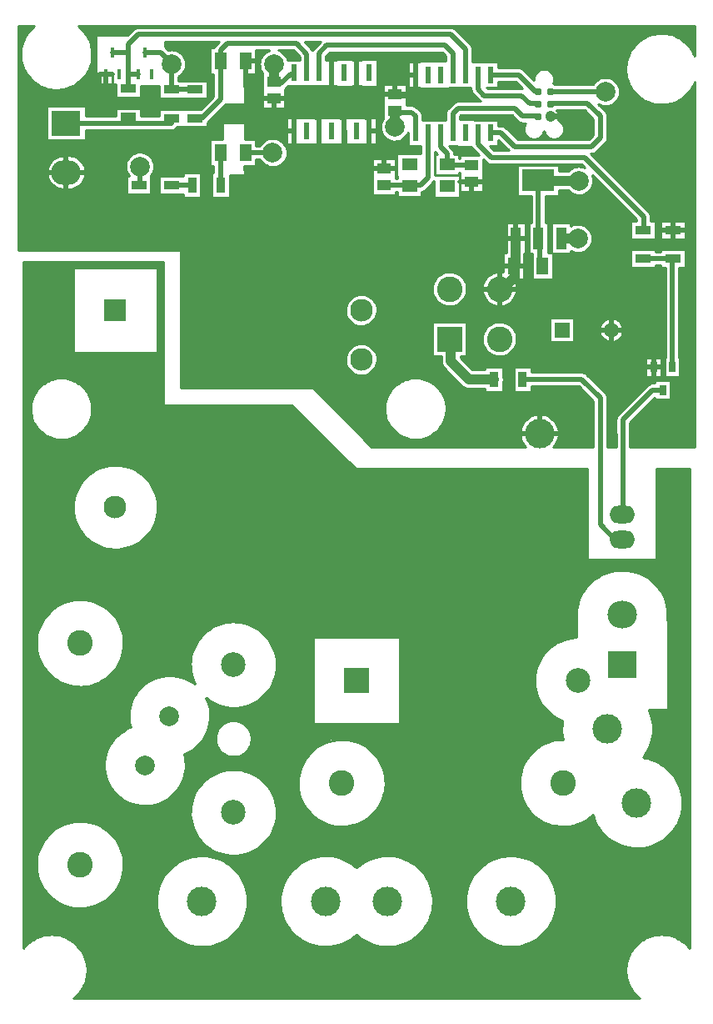
<source format=gtl>
G04 DipTrace 2.4.0.2*
%INPanimon_kello_PCB.GTL*%
%MOMM*%
%ADD10C,0.25*%
%ADD13C,0.5*%
%ADD14C,1.0*%
%ADD15C,2.0*%
%ADD16C,0.3*%
%ADD18C,2.6*%
%ADD19R,1.4X1.1*%
%ADD20R,1.5X1.5*%
%ADD21C,1.5*%
%ADD22R,1.2X1.8*%
%ADD23C,3.0*%
%ADD24R,0.3X1.1*%
%ADD26R,1.5X0.9*%
%ADD27R,2.6X2.6*%
%ADD28C,2.5*%
%ADD29R,3.0X2.8*%
%ADD30O,3.0X2.8*%
%ADD31O,2.6X1.8*%
%ADD32C,2.0*%
%ADD35R,0.65X1.05*%
%ADD37R,2.5X2.5*%
%ADD39R,0.9X1.6*%
%ADD40R,1.6X0.9*%
%ADD41R,2.3X2.3*%
%ADD42C,2.3*%
%ADD43R,0.6X1.7*%
%ADD44R,3.3X2.2*%
%ADD45R,1.0X2.2*%
%ADD46C,0.787*%
%ADD47R,3.0X2.5*%
%ADD48O,3.0X2.5*%
%ADD49R,1.5X1.2*%
%FSLAX53Y53*%
G04*
G71*
G90*
G75*
G01*
%LNTop*%
%LPD*%
X18500Y84600D2*
D13*
Y78700D1*
X18900Y75900D2*
X18600Y76200D1*
Y78700D1*
X18500D1*
X3900Y91600D2*
X4000Y91500D1*
X5600D1*
X6000Y91100D1*
Y89400D1*
X-8400Y94600D2*
X-8200Y94400D1*
X-7700D1*
X-6700Y95400D1*
X-6300D1*
Y95500D1*
X3900Y91600D2*
D14*
Y90000D1*
X22600Y84550D2*
X18500D1*
Y84600D1*
X-8400Y94600D2*
Y96400D1*
X19700Y93600D2*
D13*
X25300D1*
X-18800Y96400D2*
Y93800D1*
X-16400D1*
X-21470Y97600D2*
X-19900D1*
X-18800Y96500D1*
Y96400D1*
X20800Y78700D2*
D14*
X22500D1*
X14000Y64400D2*
X11400D1*
X9600Y66200D1*
Y68478D1*
X9460D1*
X30200Y65600D2*
D13*
Y66500D1*
X27300Y69400D1*
X25900D1*
X16200Y78700D2*
D14*
Y75900D1*
X16000D1*
X16100Y75800D1*
Y74800D1*
X14858Y73558D1*
X14540D1*
X19700Y91060D2*
Y91100D1*
D13*
X21700D1*
X22900Y89900D1*
X3900Y93300D2*
X4000Y93200D1*
X5300D1*
X6000Y93900D1*
Y95300D1*
X-8400Y92900D2*
X-3760D1*
X-2490D1*
X-1220D1*
X50D1*
X100D1*
X1320Y91680D1*
Y89600D1*
X-1220D2*
Y92900D1*
X-3760Y89600D2*
Y92900D1*
X-2490Y95500D2*
Y92900D1*
X50Y95500D2*
Y92900D1*
X-11260Y96700D2*
Y94060D1*
X-10100Y92900D1*
X-8400D1*
X-1220Y89600D2*
X-1200Y89580D1*
Y87100D1*
X9200Y86200D2*
Y87300D1*
X8540Y87960D1*
Y89400D1*
X9200Y86200D2*
X9300Y86100D1*
X11700D1*
X5400Y84000D2*
X5500Y84100D1*
X6500D1*
X7270Y84870D1*
Y89400D1*
X5400Y84000D2*
X5300Y84100D1*
X2800D1*
X-11260Y87400D2*
X-8500D1*
X-22100Y84100D2*
X-22000D1*
Y86000D1*
X-18800Y84100D2*
X-16700D1*
X-13800Y87400D2*
Y86000D1*
Y84100D1*
X-16400Y90900D2*
X-15700D1*
X-13800Y92800D1*
Y96700D1*
Y97800D1*
X-13100Y98500D1*
X-6100D1*
X-5030Y97430D1*
Y95500D1*
X18430Y91060D2*
X18390Y91100D1*
X16900D1*
X16100Y91900D1*
X10300D1*
X9810Y91410D1*
Y89400D1*
X19700Y92330D2*
X19770Y92400D1*
X23500D1*
X24800Y91100D1*
Y88900D1*
X23900Y88000D1*
X16100D1*
X14700Y89400D1*
X13620D1*
X-3760Y95500D2*
X-3800Y95540D1*
Y97500D1*
X-3000Y98300D1*
X9000D1*
X9810Y97490D1*
Y95300D1*
X18430Y93600D2*
X18200D1*
X16500Y95300D1*
X13620D1*
X18430Y92330D2*
X18360Y92400D1*
X17600D1*
X16800Y93200D1*
X13000D1*
X12350Y93850D1*
Y95300D1*
X16900Y64400D2*
X22900D1*
X24800Y62500D1*
Y49600D1*
X26300Y48100D1*
X27000D1*
X29150Y79550D2*
X29200Y79600D1*
Y80900D1*
X23200Y86900D1*
X13700D1*
X12350Y88250D1*
Y89400D1*
X-29500Y90400D2*
X-21700D1*
X-18800D1*
Y90900D1*
X-23200Y91000D2*
D16*
Y90400D1*
X-21700D1*
X29150Y76650D2*
D13*
X32150D1*
X32100Y76600D1*
Y65600D1*
X27000Y50640D2*
X27100Y50740D1*
Y60300D1*
X30100Y63300D1*
X31150D1*
X-23200Y93900D2*
Y95400D1*
Y97600D1*
Y98400D1*
X-22200Y99400D1*
X9600D1*
X11080Y97920D1*
Y95300D1*
X-24770Y97600D2*
X-23200D1*
X-22140Y95400D2*
X-23200D1*
D15*
X3900Y90000D3*
X22600Y84550D3*
X-8400Y96400D3*
X25300Y93600D3*
X-18800Y96400D3*
X-8400D3*
X-18800D3*
X22500Y78700D3*
X22900Y89900D3*
X-8500Y87400D3*
X-22000Y86000D3*
X30000Y73400D3*
X11500Y78400D3*
X-1200Y87100D3*
X-31600Y28700D3*
X11500Y29900D3*
Y45900D3*
X-33850Y76028D2*
D10*
X-19648D1*
X-33850Y75782D2*
X-19648D1*
X-33850Y75535D2*
X-28808D1*
X-20192D2*
X-19648D1*
X-33850Y75288D2*
X-28808D1*
X-20192D2*
X-19648D1*
X-33850Y75042D2*
X-28808D1*
X-20192D2*
X-19648D1*
X-33850Y74795D2*
X-28808D1*
X-20192D2*
X-19648D1*
X-33850Y74548D2*
X-28808D1*
X-20192D2*
X-19648D1*
X-33850Y74302D2*
X-28808D1*
X-20192D2*
X-19648D1*
X-33850Y74055D2*
X-28808D1*
X-20192D2*
X-19648D1*
X-33850Y73808D2*
X-28808D1*
X-20192D2*
X-19648D1*
X-33850Y73562D2*
X-28808D1*
X-20192D2*
X-19648D1*
X-33850Y73315D2*
X-28808D1*
X-20192D2*
X-19648D1*
X-33850Y73068D2*
X-28808D1*
X-20192D2*
X-19648D1*
X-33850Y72822D2*
X-28808D1*
X-20192D2*
X-19648D1*
X-33850Y72575D2*
X-28808D1*
X-20192D2*
X-19648D1*
X-33850Y72328D2*
X-28808D1*
X-20192D2*
X-19648D1*
X-33850Y72082D2*
X-28808D1*
X-20192D2*
X-19648D1*
X-33850Y71835D2*
X-28808D1*
X-20192D2*
X-19648D1*
X-33850Y71588D2*
X-28808D1*
X-20192D2*
X-19648D1*
X-33850Y71342D2*
X-28808D1*
X-20192D2*
X-19648D1*
X-33850Y71095D2*
X-28808D1*
X-20192D2*
X-19648D1*
X-33850Y70848D2*
X-28808D1*
X-20192D2*
X-19648D1*
X-33850Y70602D2*
X-28808D1*
X-20192D2*
X-19648D1*
X-33850Y70355D2*
X-28808D1*
X-20192D2*
X-19648D1*
X-33850Y70108D2*
X-28808D1*
X-20192D2*
X-19648D1*
X-33850Y69862D2*
X-28808D1*
X-20192D2*
X-19648D1*
X-33850Y69615D2*
X-28808D1*
X-20192D2*
X-19648D1*
X-33850Y69368D2*
X-28808D1*
X-20192D2*
X-19648D1*
X-33850Y69122D2*
X-28808D1*
X-20192D2*
X-19648D1*
X-33850Y68875D2*
X-28808D1*
X-20192D2*
X-19648D1*
X-33850Y68628D2*
X-28808D1*
X-20192D2*
X-19648D1*
X-33850Y68382D2*
X-28808D1*
X-20192D2*
X-19648D1*
X-33850Y68135D2*
X-28808D1*
X-20192D2*
X-19648D1*
X-33850Y67888D2*
X-28808D1*
X-20192D2*
X-19648D1*
X-33850Y67642D2*
X-28808D1*
X-20192D2*
X-19648D1*
X-33850Y67395D2*
X-28808D1*
X-20192D2*
X-19648D1*
X-33850Y67148D2*
X-28808D1*
X-20192D2*
X-19648D1*
X-33850Y66902D2*
X-19648D1*
X-33850Y66655D2*
X-19648D1*
X-33850Y66408D2*
X-19648D1*
X-33850Y66162D2*
X-19648D1*
X-33850Y65915D2*
X-19648D1*
X-33850Y65668D2*
X-19648D1*
X-33850Y65422D2*
X-19648D1*
X-33850Y65175D2*
X-19648D1*
X-33850Y64928D2*
X-19648D1*
X-33850Y64682D2*
X-19648D1*
X-33850Y64435D2*
X-30781D1*
X-29219D2*
X-19648D1*
X-33850Y64188D2*
X-31441D1*
X-28559D2*
X-19648D1*
X-33850Y63942D2*
X-31847D1*
X-28153D2*
X-19648D1*
X-33850Y63695D2*
X-32152D1*
X-27848D2*
X-19648D1*
X-33850Y63448D2*
X-32390D1*
X-27610D2*
X-19648D1*
X-33850Y63202D2*
X-32582D1*
X-27418D2*
X-19648D1*
X-33850Y62955D2*
X-32738D1*
X-27262D2*
X-19648D1*
X-33850Y62708D2*
X-32867D1*
X-27133D2*
X-19648D1*
X-33850Y62462D2*
X-32968D1*
X-27032D2*
X-19648D1*
X-33850Y62215D2*
X-33047D1*
X-26954D2*
X-19648D1*
X-33850Y61968D2*
X-33101D1*
X-26899D2*
X-19648D1*
X-33850Y61722D2*
X-33136D1*
X-26864D2*
X-6523D1*
X-33850Y61475D2*
X-33152D1*
X-26848D2*
X-6277D1*
X-33850Y61228D2*
X-33148D1*
X-26852D2*
X-6031D1*
X-33850Y60982D2*
X-33125D1*
X-26875D2*
X-5785D1*
X-33850Y60735D2*
X-33082D1*
X-26918D2*
X-5539D1*
X-33850Y60488D2*
X-33019D1*
X-26981D2*
X-5289D1*
X-33850Y60242D2*
X-32929D1*
X-27071D2*
X-5043D1*
X-33850Y59995D2*
X-32820D1*
X-27180D2*
X-4796D1*
X-33850Y59748D2*
X-32683D1*
X-27317D2*
X-4550D1*
X-33850Y59502D2*
X-32511D1*
X-27489D2*
X-4304D1*
X-33850Y59255D2*
X-32300D1*
X-27700D2*
X-4058D1*
X-33850Y59008D2*
X-32043D1*
X-27957D2*
X-3808D1*
X-33850Y58762D2*
X-31707D1*
X-28293D2*
X-3562D1*
X-33850Y58515D2*
X-31234D1*
X-28766D2*
X-3316D1*
X-33850Y58268D2*
X-3070D1*
X-33850Y58022D2*
X-2824D1*
X-33850Y57775D2*
X-2578D1*
X-33850Y57528D2*
X-2332D1*
X-33850Y57282D2*
X-2082D1*
X-33850Y57035D2*
X-1836D1*
X-33850Y56788D2*
X-1589D1*
X-33850Y56542D2*
X-1343D1*
X-33850Y56295D2*
X-1097D1*
X-33850Y56048D2*
X-851D1*
X-33850Y55802D2*
X-605D1*
X-33850Y55555D2*
X-25570D1*
X-23430D2*
X-355D1*
X-33850Y55308D2*
X-26281D1*
X-22719D2*
X-109D1*
X-33850Y55062D2*
X-26750D1*
X-22250D2*
X23450D1*
X30550D2*
X33850D1*
X-33850Y54815D2*
X-27113D1*
X-21887D2*
X23450D1*
X30550D2*
X33850D1*
X-33850Y54568D2*
X-27410D1*
X-21590D2*
X23450D1*
X30550D2*
X33850D1*
X-33850Y54322D2*
X-27660D1*
X-21340D2*
X23450D1*
X30550D2*
X33850D1*
X-33850Y54075D2*
X-27871D1*
X-21129D2*
X23450D1*
X30550D2*
X33850D1*
X-33850Y53828D2*
X-28054D1*
X-20946D2*
X23450D1*
X30550D2*
X33850D1*
X-33850Y53582D2*
X-28214D1*
X-20786D2*
X23450D1*
X30550D2*
X33850D1*
X-33850Y53335D2*
X-28347D1*
X-20653D2*
X23450D1*
X30550D2*
X33850D1*
X-33850Y53088D2*
X-28464D1*
X-20536D2*
X23450D1*
X30550D2*
X33850D1*
X-33850Y52842D2*
X-28558D1*
X-20442D2*
X23450D1*
X30550D2*
X33850D1*
X-33850Y52595D2*
X-28640D1*
X-20360D2*
X23450D1*
X30550D2*
X33850D1*
X-33850Y52348D2*
X-28703D1*
X-20297D2*
X23450D1*
X30550D2*
X33850D1*
X-33850Y52102D2*
X-28754D1*
X-20247D2*
X23450D1*
X30550D2*
X33850D1*
X-33850Y51855D2*
X-28785D1*
X-20215D2*
X23450D1*
X30550D2*
X33850D1*
X-33850Y51608D2*
X-28804D1*
X-20196D2*
X23450D1*
X30550D2*
X33850D1*
X-33850Y51362D2*
X-28808D1*
X-20192D2*
X23450D1*
X30550D2*
X33850D1*
X-33850Y51115D2*
X-28800D1*
X-20200D2*
X23450D1*
X30550D2*
X33850D1*
X-33850Y50868D2*
X-28777D1*
X-20223D2*
X23450D1*
X30550D2*
X33850D1*
X-33850Y50622D2*
X-28738D1*
X-20262D2*
X23450D1*
X30550D2*
X33850D1*
X-33850Y50375D2*
X-28687D1*
X-20313D2*
X23450D1*
X30550D2*
X33850D1*
X-33850Y50128D2*
X-28617D1*
X-20383D2*
X23450D1*
X30550D2*
X33850D1*
X-33850Y49882D2*
X-28531D1*
X-20469D2*
X23450D1*
X30550D2*
X33850D1*
X-33850Y49635D2*
X-28429D1*
X-20571D2*
X23450D1*
X30550D2*
X33850D1*
X-33850Y49388D2*
X-28308D1*
X-20692D2*
X23450D1*
X30550D2*
X33850D1*
X-33850Y49142D2*
X-28168D1*
X-20832D2*
X23450D1*
X30550D2*
X33850D1*
X-33850Y48895D2*
X-28000D1*
X-21000D2*
X23450D1*
X30550D2*
X33850D1*
X-33850Y48648D2*
X-27808D1*
X-21192D2*
X23450D1*
X30550D2*
X33850D1*
X-33850Y48402D2*
X-27586D1*
X-21414D2*
X23450D1*
X30550D2*
X33850D1*
X-33850Y48155D2*
X-27324D1*
X-21676D2*
X23450D1*
X30550D2*
X33850D1*
X-33850Y47908D2*
X-27007D1*
X-21993D2*
X23450D1*
X30550D2*
X33850D1*
X-33850Y47662D2*
X-26617D1*
X-22383D2*
X23450D1*
X30550D2*
X33850D1*
X-33850Y47415D2*
X-26097D1*
X-22903D2*
X23450D1*
X30550D2*
X33850D1*
X-33850Y47168D2*
X-25195D1*
X-23805D2*
X23450D1*
X30550D2*
X33850D1*
X-33850Y46922D2*
X23450D1*
X30550D2*
X33850D1*
X-33850Y46675D2*
X23450D1*
X30550D2*
X33850D1*
X-33850Y46428D2*
X23450D1*
X30550D2*
X33850D1*
X-33850Y46182D2*
X23450D1*
X30550D2*
X33850D1*
X-33850Y45935D2*
X33850D1*
X-33850Y45688D2*
X33850D1*
X-33850Y45442D2*
X33850D1*
X-33850Y45195D2*
X33850D1*
X-33850Y44948D2*
X26102D1*
X27898D2*
X33850D1*
X-33850Y44702D2*
X25219D1*
X28781D2*
X33850D1*
X-33850Y44455D2*
X24692D1*
X29308D2*
X33850D1*
X-33850Y44208D2*
X24293D1*
X29707D2*
X33850D1*
X-33850Y43962D2*
X23969D1*
X30031D2*
X33850D1*
X-33850Y43715D2*
X23696D1*
X30304D2*
X33850D1*
X-33850Y43468D2*
X23465D1*
X30535D2*
X33850D1*
X-33850Y43222D2*
X23262D1*
X30738D2*
X33850D1*
X-33850Y42975D2*
X23090D1*
X30910D2*
X33850D1*
X-33850Y42728D2*
X22938D1*
X31062D2*
X33850D1*
X-33850Y42482D2*
X22805D1*
X31195D2*
X33850D1*
X-33850Y42235D2*
X22692D1*
X31308D2*
X33850D1*
X-33850Y41988D2*
X-28765D1*
X-27434D2*
X22598D1*
X31402D2*
X33850D1*
X-33850Y41742D2*
X-29711D1*
X-26489D2*
X22520D1*
X31480D2*
X33850D1*
X-33850Y41495D2*
X-30246D1*
X-25954D2*
X22454D1*
X31546D2*
X33850D1*
X-33850Y41248D2*
X-30648D1*
X-25555D2*
X22407D1*
X31593D2*
X33850D1*
X-33850Y41002D2*
X-30968D1*
X-25231D2*
X22371D1*
X31629D2*
X33850D1*
X-33850Y40755D2*
X-31242D1*
X-24957D2*
X22348D1*
X31652D2*
X33850D1*
X-33850Y40508D2*
X-31472D1*
X-24727D2*
X22340D1*
X31660D2*
X33850D1*
X-33850Y40262D2*
X-31671D1*
X-24528D2*
X22344D1*
X31656D2*
X33850D1*
X-33850Y40015D2*
X-31843D1*
X-24356D2*
X22364D1*
X31636D2*
X33850D1*
X-33850Y39768D2*
X-31992D1*
X-24207D2*
X-12902D1*
X-12098D2*
X22340D1*
X31660D2*
X33850D1*
X-33850Y39522D2*
X-32121D1*
X-24079D2*
X-14019D1*
X-10981D2*
X22340D1*
X31660D2*
X33850D1*
X-33850Y39275D2*
X-32230D1*
X-23969D2*
X-14578D1*
X-10422D2*
X22340D1*
X31660D2*
X33850D1*
X-33850Y39028D2*
X-32324D1*
X-23875D2*
X-14988D1*
X-10012D2*
X22340D1*
X31660D2*
X33850D1*
X-33850Y38782D2*
X-32398D1*
X-23801D2*
X-15316D1*
X-9684D2*
X22340D1*
X31660D2*
X33850D1*
X-33850Y38535D2*
X-32461D1*
X-23739D2*
X-15589D1*
X-9411D2*
X22340D1*
X31660D2*
X33850D1*
X-33850Y38288D2*
X-32507D1*
X-23696D2*
X-15824D1*
X-9176D2*
X22340D1*
X31660D2*
X33850D1*
X-33850Y38042D2*
X-32539D1*
X-23661D2*
X-16023D1*
X-8977D2*
X-4410D1*
X4410D2*
X21364D1*
X31660D2*
X33850D1*
X-33850Y37795D2*
X-32554D1*
X-23645D2*
X-16199D1*
X-8801D2*
X-4410D1*
X4410D2*
X20668D1*
X31660D2*
X33850D1*
X-33850Y37548D2*
X-32558D1*
X-23641D2*
X-16347D1*
X-8653D2*
X-4410D1*
X4410D2*
X20200D1*
X31660D2*
X33850D1*
X-33850Y37302D2*
X-32550D1*
X-23649D2*
X-16476D1*
X-8524D2*
X-4410D1*
X4410D2*
X19836D1*
X31660D2*
X33850D1*
X-33850Y37055D2*
X-32527D1*
X-23672D2*
X-16586D1*
X-8414D2*
X-4410D1*
X4410D2*
X19536D1*
X31660D2*
X33850D1*
X-33850Y36808D2*
X-32488D1*
X-23711D2*
X-16675D1*
X-8325D2*
X-4410D1*
X4410D2*
X19286D1*
X31660D2*
X33850D1*
X-33850Y36562D2*
X-32437D1*
X-23762D2*
X-16753D1*
X-8246D2*
X-4410D1*
X4410D2*
X19071D1*
X31660D2*
X33850D1*
X-33850Y36315D2*
X-32371D1*
X-23832D2*
X-16812D1*
X-8188D2*
X-4410D1*
X4410D2*
X18883D1*
X31660D2*
X33850D1*
X-33850Y36068D2*
X-32289D1*
X-23914D2*
X-16859D1*
X-8141D2*
X-4410D1*
X4410D2*
X18723D1*
X31660D2*
X33850D1*
X-33850Y35822D2*
X-32187D1*
X-24012D2*
X-16890D1*
X-8110D2*
X-4410D1*
X4410D2*
X18582D1*
X31660D2*
X33850D1*
X-33850Y35575D2*
X-32070D1*
X-24129D2*
X-16906D1*
X-8094D2*
X-4410D1*
X4410D2*
X18465D1*
X31660D2*
X33850D1*
X-33850Y35328D2*
X-31933D1*
X-24266D2*
X-16910D1*
X-8090D2*
X-4410D1*
X4410D2*
X18364D1*
X31660D2*
X33850D1*
X-33850Y35082D2*
X-31777D1*
X-24426D2*
X-16898D1*
X-8102D2*
X-4410D1*
X4410D2*
X18282D1*
X31660D2*
X33850D1*
X-33850Y34835D2*
X-31593D1*
X-24610D2*
X-16875D1*
X-8125D2*
X-4410D1*
X4410D2*
X18215D1*
X31660D2*
X33850D1*
X-33850Y34588D2*
X-31379D1*
X-24821D2*
X-16836D1*
X-8164D2*
X-4410D1*
X4410D2*
X18161D1*
X31660D2*
X33850D1*
X-33850Y34342D2*
X-31132D1*
X-25067D2*
X-16781D1*
X-8219D2*
X-4410D1*
X4410D2*
X18125D1*
X31660D2*
X33850D1*
X-33850Y34095D2*
X-30843D1*
X-25360D2*
X-20414D1*
X-17586D2*
X-16711D1*
X-8289D2*
X-4410D1*
X4410D2*
X18102D1*
X31660D2*
X33850D1*
X-33850Y33848D2*
X-30488D1*
X-25711D2*
X-20972D1*
X-17028D2*
X-16625D1*
X-8375D2*
X-4410D1*
X4410D2*
X18090D1*
X31660D2*
X33850D1*
X-33850Y33602D2*
X-30043D1*
X-26157D2*
X-21375D1*
X-16625D2*
X-16523D1*
X-8477D2*
X-4410D1*
X4410D2*
X18094D1*
X31660D2*
X33850D1*
X-33850Y33355D2*
X-29410D1*
X-26793D2*
X-21699D1*
X-8598D2*
X-4410D1*
X4410D2*
X18114D1*
X31660D2*
X33850D1*
X-33850Y33108D2*
X-21964D1*
X-8739D2*
X-4410D1*
X4410D2*
X18145D1*
X31660D2*
X33850D1*
X-33850Y32862D2*
X-22187D1*
X-8899D2*
X-4410D1*
X4410D2*
X18192D1*
X31660D2*
X33850D1*
X-33850Y32615D2*
X-22382D1*
X-9090D2*
X-4410D1*
X4410D2*
X18254D1*
X31660D2*
X33850D1*
X-33850Y32368D2*
X-22546D1*
X-9309D2*
X-4410D1*
X4410D2*
X18332D1*
X31660D2*
X33850D1*
X-33850Y32122D2*
X-22687D1*
X-9563D2*
X-4410D1*
X4410D2*
X18426D1*
X31660D2*
X33850D1*
X-33850Y31875D2*
X-22804D1*
X-9868D2*
X-4410D1*
X4410D2*
X18536D1*
X31660D2*
X33850D1*
X-33850Y31628D2*
X-22906D1*
X-15094D2*
X-14761D1*
X-10239D2*
X-4410D1*
X4410D2*
X18664D1*
X31660D2*
X33850D1*
X-33850Y31382D2*
X-22988D1*
X-15012D2*
X-14281D1*
X-10719D2*
X-4410D1*
X4410D2*
X18817D1*
X31660D2*
X33850D1*
X-33850Y31135D2*
X-23054D1*
X-14946D2*
X-13543D1*
X-11457D2*
X-4410D1*
X4410D2*
X18993D1*
X31660D2*
X33850D1*
X-33850Y30888D2*
X-23101D1*
X-14899D2*
X-4410D1*
X4410D2*
X19196D1*
X31660D2*
X33850D1*
X-33850Y30642D2*
X-23136D1*
X-14864D2*
X-4410D1*
X4410D2*
X19434D1*
X29820D2*
X33850D1*
X-33850Y30395D2*
X-23156D1*
X-14844D2*
X-4410D1*
X4410D2*
X19711D1*
X29914D2*
X33850D1*
X-33850Y30148D2*
X-23160D1*
X-14840D2*
X-4410D1*
X4410D2*
X20047D1*
X29988D2*
X33850D1*
X-33850Y29902D2*
X-23148D1*
X-14852D2*
X-4410D1*
X4410D2*
X20469D1*
X30050D2*
X33850D1*
X-33850Y29655D2*
X-23125D1*
X-14875D2*
X-13058D1*
X-11942D2*
X-4410D1*
X4410D2*
X20903D1*
X30097D2*
X33850D1*
X-33850Y29408D2*
X-23082D1*
X-14918D2*
X-13570D1*
X-11430D2*
X20868D1*
X30132D2*
X33850D1*
X-33850Y29162D2*
X-23027D1*
X-14973D2*
X-13855D1*
X-11145D2*
X20848D1*
X30152D2*
X33850D1*
X-33850Y28915D2*
X-23339D1*
X-15043D2*
X-14054D1*
X-10946D2*
X20840D1*
X30160D2*
X33850D1*
X-33850Y28668D2*
X-23777D1*
X-15133D2*
X-14191D1*
X-10809D2*
X20848D1*
X30152D2*
X33850D1*
X-33850Y28422D2*
X-24117D1*
X-15243D2*
X-14285D1*
X-10715D2*
X20864D1*
X30136D2*
X33850D1*
X-33850Y28175D2*
X-24398D1*
X-15371D2*
X-14339D1*
X-10661D2*
X20899D1*
X30101D2*
X33850D1*
X-33850Y27928D2*
X-24632D1*
X-15520D2*
X-14359D1*
X-10641D2*
X20942D1*
X30058D2*
X33850D1*
X-33850Y27682D2*
X-24832D1*
X-15696D2*
X-14347D1*
X-10653D2*
X-2679D1*
X-321D2*
X19821D1*
X29996D2*
X33850D1*
X-33850Y27435D2*
X-25004D1*
X-15903D2*
X-14300D1*
X-10700D2*
X-3367D1*
X367D2*
X19133D1*
X29921D2*
X33850D1*
X-33850Y27188D2*
X-25152D1*
X-16141D2*
X-14214D1*
X-10786D2*
X-3832D1*
X832D2*
X18668D1*
X29832D2*
X33850D1*
X-33850Y26942D2*
X-25273D1*
X-16430D2*
X-14089D1*
X-10911D2*
X-4195D1*
X1195D2*
X18305D1*
X29726D2*
X33850D1*
X-33850Y26695D2*
X-25379D1*
X-16782D2*
X-13910D1*
X-11090D2*
X-4492D1*
X1492D2*
X18008D1*
X29601D2*
X33850D1*
X-33850Y26448D2*
X-25468D1*
X-17239D2*
X-13648D1*
X-11352D2*
X-4746D1*
X1746D2*
X17754D1*
X29457D2*
X33850D1*
X-33850Y26202D2*
X-25535D1*
X-17465D2*
X-13218D1*
X-11782D2*
X-4964D1*
X1964D2*
X17536D1*
X29293D2*
X33850D1*
X-33850Y25955D2*
X-25589D1*
X-17411D2*
X-5148D1*
X2148D2*
X17352D1*
X29382D2*
X33850D1*
X-33850Y25708D2*
X-25629D1*
X-17372D2*
X-5312D1*
X2312D2*
X17188D1*
X30234D2*
X33850D1*
X-33850Y25462D2*
X-25652D1*
X-17348D2*
X-5453D1*
X2453D2*
X17047D1*
X30757D2*
X33850D1*
X-33850Y25215D2*
X-25660D1*
X-17340D2*
X-5570D1*
X2570D2*
X16930D1*
X31156D2*
X33850D1*
X-33850Y24968D2*
X-25652D1*
X-17348D2*
X-5671D1*
X2671D2*
X16829D1*
X31484D2*
X33850D1*
X-33850Y24722D2*
X-25632D1*
X-17368D2*
X-13265D1*
X-11735D2*
X-5757D1*
X2757D2*
X16743D1*
X31757D2*
X33850D1*
X-33850Y24475D2*
X-25597D1*
X-17403D2*
X-14144D1*
X-10856D2*
X-5828D1*
X2828D2*
X16672D1*
X31992D2*
X33850D1*
X-33850Y24228D2*
X-25543D1*
X-17457D2*
X-14664D1*
X-10336D2*
X-5882D1*
X2882D2*
X16618D1*
X32195D2*
X33850D1*
X-33850Y23982D2*
X-25476D1*
X-17524D2*
X-15054D1*
X-9946D2*
X-5921D1*
X2921D2*
X16579D1*
X32375D2*
X33850D1*
X-33850Y23735D2*
X-25390D1*
X-17610D2*
X-15371D1*
X-9629D2*
X-5949D1*
X2949D2*
X16551D1*
X32527D2*
X33850D1*
X-33850Y23488D2*
X-25289D1*
X-17711D2*
X-15636D1*
X-9364D2*
X-5961D1*
X2961D2*
X16539D1*
X32664D2*
X33850D1*
X-33850Y23242D2*
X-25168D1*
X-17832D2*
X-15863D1*
X-9137D2*
X-5957D1*
X2957D2*
X16543D1*
X32777D2*
X33850D1*
X-33850Y22995D2*
X-25023D1*
X-17977D2*
X-16058D1*
X-8942D2*
X-5941D1*
X2941D2*
X16559D1*
X32879D2*
X33850D1*
X-33850Y22748D2*
X-24855D1*
X-18145D2*
X-16226D1*
X-8774D2*
X-5910D1*
X2910D2*
X16590D1*
X32961D2*
X33850D1*
X-33850Y22502D2*
X-24656D1*
X-18344D2*
X-16375D1*
X-8625D2*
X-5867D1*
X2867D2*
X16633D1*
X33027D2*
X33850D1*
X-33850Y22255D2*
X-24425D1*
X-18575D2*
X-16500D1*
X-8500D2*
X-5808D1*
X2808D2*
X16692D1*
X33082D2*
X33850D1*
X-33850Y22008D2*
X-24152D1*
X-18848D2*
X-16605D1*
X-8395D2*
X-5734D1*
X2734D2*
X16766D1*
X33121D2*
X33850D1*
X-33850Y21762D2*
X-23820D1*
X-19180D2*
X-16691D1*
X-8309D2*
X-5644D1*
X2644D2*
X16856D1*
X33144D2*
X33850D1*
X-33850Y21515D2*
X-23402D1*
X-19598D2*
X-16765D1*
X-8235D2*
X-5539D1*
X2539D2*
X16961D1*
X33160D2*
X33850D1*
X-33850Y21268D2*
X-22804D1*
X-20196D2*
X-16824D1*
X-8176D2*
X-5414D1*
X2414D2*
X17086D1*
X33156D2*
X33850D1*
X-33850Y21022D2*
X-16867D1*
X-8133D2*
X-5269D1*
X2269D2*
X17231D1*
X33144D2*
X33850D1*
X-33850Y20775D2*
X-16894D1*
X-8106D2*
X-5101D1*
X2101D2*
X17399D1*
X33117D2*
X33850D1*
X-33850Y20528D2*
X-16906D1*
X-8094D2*
X-4906D1*
X1906D2*
X17594D1*
X33078D2*
X33850D1*
X-33850Y20282D2*
X-16910D1*
X-8090D2*
X-4679D1*
X1679D2*
X17821D1*
X33023D2*
X33850D1*
X-33850Y20035D2*
X-16894D1*
X-8106D2*
X-4414D1*
X1414D2*
X18086D1*
X23914D2*
X24045D1*
X32953D2*
X33850D1*
X-33850Y19788D2*
X-16867D1*
X-8133D2*
X-4097D1*
X1097D2*
X18403D1*
X23597D2*
X24129D1*
X32871D2*
X33850D1*
X-33850Y19542D2*
X-16824D1*
X-8176D2*
X-3711D1*
X711D2*
X18789D1*
X23211D2*
X24231D1*
X32769D2*
X33850D1*
X-33850Y19295D2*
X-29562D1*
X-26637D2*
X-16769D1*
X-8231D2*
X-3203D1*
X203D2*
X19297D1*
X22703D2*
X24344D1*
X32656D2*
X33850D1*
X-33850Y19048D2*
X-30144D1*
X-26055D2*
X-16695D1*
X-8305D2*
X-2379D1*
X-621D2*
X20122D1*
X21879D2*
X24481D1*
X32519D2*
X33850D1*
X-33850Y18802D2*
X-30566D1*
X-25633D2*
X-16609D1*
X-8391D2*
X24637D1*
X32363D2*
X33850D1*
X-33850Y18555D2*
X-30906D1*
X-25293D2*
X-16503D1*
X-8496D2*
X24817D1*
X32183D2*
X33850D1*
X-33850Y18308D2*
X-31187D1*
X-25012D2*
X-16378D1*
X-8621D2*
X25024D1*
X31976D2*
X33850D1*
X-33850Y18062D2*
X-31425D1*
X-24774D2*
X-16234D1*
X-8766D2*
X25258D1*
X31742D2*
X33850D1*
X-33850Y17815D2*
X-31632D1*
X-24567D2*
X-16066D1*
X-8934D2*
X25539D1*
X31461D2*
X33850D1*
X-33850Y17568D2*
X-31808D1*
X-24391D2*
X-15875D1*
X-9125D2*
X25868D1*
X31132D2*
X33850D1*
X-33850Y17322D2*
X-31964D1*
X-24239D2*
X-15648D1*
X-9352D2*
X26274D1*
X30726D2*
X33850D1*
X-33850Y17075D2*
X-32097D1*
X-24106D2*
X-15382D1*
X-9618D2*
X26809D1*
X30191D2*
X33850D1*
X-33850Y16828D2*
X-32211D1*
X-23993D2*
X-15070D1*
X-9930D2*
X27715D1*
X29285D2*
X33850D1*
X-33850Y16582D2*
X-32304D1*
X-23895D2*
X-14679D1*
X-10321D2*
X33850D1*
X-33850Y16335D2*
X-32382D1*
X-23817D2*
X-14168D1*
X-10832D2*
X33850D1*
X-33850Y16088D2*
X-32449D1*
X-23750D2*
X-13320D1*
X-11680D2*
X33850D1*
X-33850Y15842D2*
X-32496D1*
X-23704D2*
X-17050D1*
X-14352D2*
X-4488D1*
X-1793D2*
X1793D1*
X4488D2*
X14352D1*
X17050D2*
X33850D1*
X-33850Y15595D2*
X-32531D1*
X-23668D2*
X-17695D1*
X-13704D2*
X-5136D1*
X-1145D2*
X1145D1*
X5136D2*
X13704D1*
X17695D2*
X33850D1*
X-33850Y15348D2*
X-32554D1*
X-23649D2*
X-18152D1*
X-13246D2*
X-5593D1*
X-688D2*
X688D1*
X5593D2*
X13246D1*
X18152D2*
X33850D1*
X-33850Y15102D2*
X-32558D1*
X-23641D2*
X-18515D1*
X-12887D2*
X-5953D1*
X-325D2*
X325D1*
X5953D2*
X12887D1*
X18515D2*
X33850D1*
X-33850Y14855D2*
X-32554D1*
X-23649D2*
X-18816D1*
X-12586D2*
X-6253D1*
X6253D2*
X12586D1*
X18816D2*
X33850D1*
X-33850Y14608D2*
X-32531D1*
X-23668D2*
X-19070D1*
X-12329D2*
X-6511D1*
X6511D2*
X12329D1*
X19070D2*
X33850D1*
X-33850Y14362D2*
X-32500D1*
X-23704D2*
X-19289D1*
X-12110D2*
X-6730D1*
X6730D2*
X12110D1*
X19289D2*
X33850D1*
X-33850Y14115D2*
X-32449D1*
X-23750D2*
X-19480D1*
X-11918D2*
X-6921D1*
X6921D2*
X11918D1*
X19480D2*
X33850D1*
X-33850Y13868D2*
X-32386D1*
X-23813D2*
X-19648D1*
X-11750D2*
X-7089D1*
X7089D2*
X11750D1*
X19648D2*
X33850D1*
X-33850Y13622D2*
X-32304D1*
X-23895D2*
X-19793D1*
X-11606D2*
X-7234D1*
X7234D2*
X11606D1*
X19793D2*
X33850D1*
X-33850Y13375D2*
X-32211D1*
X-23989D2*
X-19918D1*
X-11481D2*
X-7359D1*
X7359D2*
X11481D1*
X19918D2*
X33850D1*
X-33850Y13128D2*
X-32097D1*
X-24102D2*
X-20027D1*
X-11375D2*
X-7464D1*
X7464D2*
X11375D1*
X20027D2*
X33850D1*
X-33850Y12882D2*
X-31964D1*
X-24235D2*
X-20117D1*
X-11282D2*
X-7558D1*
X7558D2*
X11282D1*
X20117D2*
X33850D1*
X-33850Y12635D2*
X-31812D1*
X-24387D2*
X-20191D1*
X-11207D2*
X-7632D1*
X7632D2*
X11207D1*
X20191D2*
X33850D1*
X-33850Y12388D2*
X-31632D1*
X-24567D2*
X-20253D1*
X-11149D2*
X-7695D1*
X7695D2*
X11149D1*
X20253D2*
X33850D1*
X-33850Y12142D2*
X-31429D1*
X-24770D2*
X-20300D1*
X-11102D2*
X-7742D1*
X7742D2*
X11102D1*
X20300D2*
X33850D1*
X-33850Y11895D2*
X-31191D1*
X-25008D2*
X-20332D1*
X-11067D2*
X-7773D1*
X7773D2*
X11067D1*
X20332D2*
X33850D1*
X-33850Y11648D2*
X-30910D1*
X-25289D2*
X-20351D1*
X-11047D2*
X-7793D1*
X7793D2*
X11047D1*
X20351D2*
X33850D1*
X-33850Y11402D2*
X-30574D1*
X-25629D2*
X-20359D1*
X-11039D2*
X-7800D1*
X7800D2*
X11039D1*
X20359D2*
X33850D1*
X-33850Y11155D2*
X-30152D1*
X-26051D2*
X-20355D1*
X-11047D2*
X-7793D1*
X7793D2*
X11047D1*
X20355D2*
X33850D1*
X-33850Y10908D2*
X-29574D1*
X-26625D2*
X-20332D1*
X-11067D2*
X-7773D1*
X7773D2*
X11067D1*
X20332D2*
X33850D1*
X-33850Y10662D2*
X-20300D1*
X-11098D2*
X-7742D1*
X7742D2*
X11098D1*
X20300D2*
X33850D1*
X-33850Y10415D2*
X-20253D1*
X-11145D2*
X-7695D1*
X7695D2*
X11145D1*
X20253D2*
X33850D1*
X-33850Y10168D2*
X-20195D1*
X-11207D2*
X-7632D1*
X7632D2*
X11207D1*
X20195D2*
X33850D1*
X-33850Y9922D2*
X-20117D1*
X-11282D2*
X-7558D1*
X7558D2*
X11282D1*
X20117D2*
X33850D1*
X-33850Y9675D2*
X-20027D1*
X-11371D2*
X-7468D1*
X7468D2*
X11371D1*
X20027D2*
X33850D1*
X-33850Y9428D2*
X-19918D1*
X-11481D2*
X-7359D1*
X7359D2*
X11481D1*
X19918D2*
X33850D1*
X-33850Y9182D2*
X-19793D1*
X-11606D2*
X-7234D1*
X7234D2*
X11606D1*
X19793D2*
X33850D1*
X-33850Y8935D2*
X-19648D1*
X-11750D2*
X-7089D1*
X7089D2*
X11750D1*
X19648D2*
X33850D1*
X-33850Y8688D2*
X-19484D1*
X-11918D2*
X-6925D1*
X6925D2*
X11918D1*
X19484D2*
X33850D1*
X-33850Y8442D2*
X-19293D1*
X-12106D2*
X-6734D1*
X6734D2*
X12106D1*
X19293D2*
X33850D1*
X-33850Y8195D2*
X-19074D1*
X-12329D2*
X-6511D1*
X6511D2*
X12329D1*
X19074D2*
X33850D1*
X-33850Y7948D2*
X-31781D1*
X-30219D2*
X-18816D1*
X-12582D2*
X-6257D1*
X6257D2*
X12582D1*
X18816D2*
X30219D1*
X31781D2*
X33850D1*
X-33850Y7702D2*
X-32527D1*
X-29473D2*
X-18519D1*
X-12883D2*
X-5957D1*
X-321D2*
X321D1*
X5957D2*
X12883D1*
X18519D2*
X29473D1*
X32527D2*
X33850D1*
X-33850Y7455D2*
X-32980D1*
X-29020D2*
X-18156D1*
X-13243D2*
X-5597D1*
X-684D2*
X684D1*
X5597D2*
X13243D1*
X18156D2*
X29020D1*
X32980D2*
X33850D1*
X-33850Y7208D2*
X-33324D1*
X-28676D2*
X-17703D1*
X-13696D2*
X-5144D1*
X-1137D2*
X1137D1*
X5144D2*
X13696D1*
X17703D2*
X28676D1*
X33324D2*
X33850D1*
X-33850Y6962D2*
X-33593D1*
X-28407D2*
X-17058D1*
X-14340D2*
X-4500D1*
X-1782D2*
X1782D1*
X4500D2*
X14340D1*
X17058D2*
X28407D1*
X33593D2*
X33850D1*
X-28180Y6715D2*
X28180D1*
X-27993Y6468D2*
X27993D1*
X-27836Y6222D2*
X27836D1*
X-27707Y5975D2*
X27707D1*
X-27598Y5728D2*
X27598D1*
X-27512Y5482D2*
X27512D1*
X-27446Y5235D2*
X27446D1*
X-27395Y4988D2*
X27395D1*
X-27364Y4742D2*
X27364D1*
X-27348Y4495D2*
X27348D1*
X-27352Y4248D2*
X27352D1*
X-27368Y4002D2*
X27368D1*
X-27407Y3755D2*
X27407D1*
X-27457Y3508D2*
X27457D1*
X-27532Y3262D2*
X27532D1*
X-27621Y3015D2*
X27621D1*
X-27735Y2768D2*
X27735D1*
X-27871Y2522D2*
X27871D1*
X-28036Y2275D2*
X28036D1*
X-28231Y2028D2*
X28231D1*
X-28465Y1782D2*
X28465D1*
X-28750Y1535D2*
X28750D1*
X24031Y20163D2*
X23750Y19921D1*
X23447Y19701D1*
X23125Y19507D1*
X22789Y19342D1*
X22440Y19205D1*
X22081Y19099D1*
X21713Y19023D1*
X21341Y18978D1*
X20966Y18965D1*
X20592Y18984D1*
X20221Y19034D1*
X19855Y19115D1*
X19497Y19228D1*
X19150Y19369D1*
X18816Y19540D1*
X18498Y19738D1*
X18198Y19963D1*
X17917Y20212D1*
X17659Y20483D1*
X17425Y20776D1*
X17216Y21087D1*
X17034Y21415D1*
X16881Y21757D1*
X16756Y22111D1*
X16663Y22474D1*
X16600Y22844D1*
X16569Y23217D1*
Y23592D1*
X16601Y23966D1*
X16665Y24335D1*
X16759Y24698D1*
X16884Y25051D1*
X17038Y25393D1*
X17220Y25720D1*
X17430Y26031D1*
X17665Y26323D1*
X17924Y26595D1*
X18205Y26843D1*
X18505Y27067D1*
X18824Y27264D1*
X19158Y27434D1*
X19505Y27576D1*
X19863Y27687D1*
X20229Y27768D1*
X20601Y27817D1*
X20987Y27835D1*
X20916Y28216D1*
X20875Y28589D1*
X20865Y28964D1*
X20886Y29338D1*
X20936Y29706D1*
X20693Y29804D1*
X20359Y29973D1*
X20040Y30170D1*
X19739Y30394D1*
X19458Y30642D1*
X19199Y30913D1*
X18965Y31206D1*
X18756Y31517D1*
X18575Y31845D1*
X18422Y32188D1*
X18299Y32542D1*
X18207Y32905D1*
X18146Y33275D1*
X18118Y33649D1*
X18121Y34024D1*
X18156Y34397D1*
X18223Y34766D1*
X18321Y35128D1*
X18450Y35480D1*
X18608Y35820D1*
X18795Y36145D1*
X19009Y36453D1*
X19248Y36741D1*
X19511Y37008D1*
X19796Y37252D1*
X20101Y37470D1*
X20423Y37662D1*
X20760Y37825D1*
X21111Y37959D1*
X21471Y38063D1*
X21839Y38135D1*
X22211Y38175D1*
X22364Y38183D1*
X22365Y39935D1*
X22400D1*
X22372Y40233D1*
X22367Y40608D1*
X22393Y40982D1*
X22450Y41352D1*
X22537Y41717D1*
X22654Y42073D1*
X22800Y42418D1*
X22974Y42750D1*
X23175Y43067D1*
X23402Y43366D1*
X23652Y43645D1*
X23924Y43902D1*
X24217Y44136D1*
X24528Y44345D1*
X24856Y44528D1*
X25197Y44683D1*
X25550Y44809D1*
X25912Y44906D1*
X26281Y44973D1*
X26654Y45008D1*
X27025Y45015D1*
X27100Y45011D1*
X27229Y45013D1*
X27603Y44987D1*
X27974Y44930D1*
X28338Y44843D1*
X28695Y44725D1*
X29040Y44579D1*
X29372Y44405D1*
X29688Y44204D1*
X29987Y43977D1*
X30266Y43727D1*
X30523Y43455D1*
X30757Y43162D1*
X30966Y42850D1*
X31149Y42523D1*
X31304Y42182D1*
X31430Y41829D1*
X31526Y41466D1*
X31593Y41097D1*
X31628Y40724D1*
X31633Y40355D1*
X31607Y39981D1*
X31602Y39938D1*
X31635Y39935D1*
Y30865D1*
X29694D1*
X29762Y30722D1*
X29895Y30372D1*
X30000Y30012D1*
X30075Y29644D1*
X30120Y29272D1*
X30135Y28900D1*
X30120Y28525D1*
X30074Y28153D1*
X29999Y27786D1*
X29894Y27426D1*
X29761Y27076D1*
X29600Y26737D1*
X29411Y26413D1*
X29198Y26105D1*
X29108Y25991D1*
X29279Y25969D1*
X29646Y25891D1*
X30005Y25784D1*
X30355Y25648D1*
X30692Y25484D1*
X31015Y25293D1*
X31321Y25078D1*
X31609Y24837D1*
X31877Y24575D1*
X32122Y24292D1*
X32344Y23989D1*
X32541Y23670D1*
X32711Y23336D1*
X32854Y22990D1*
X32968Y22633D1*
X33053Y22267D1*
X33108Y21897D1*
X33133Y21523D1*
X33128Y21150D1*
X33093Y20777D1*
X33028Y20408D1*
X32933Y20045D1*
X32809Y19691D1*
X32656Y19349D1*
X32477Y19019D1*
X32272Y18706D1*
X32041Y18410D1*
X31788Y18133D1*
X31514Y17878D1*
X31219Y17646D1*
X30907Y17439D1*
X30579Y17257D1*
X30237Y17103D1*
X29884Y16976D1*
X29522Y16879D1*
X29153Y16811D1*
X28780Y16774D1*
X28406Y16766D1*
X28031Y16789D1*
X27660Y16842D1*
X27295Y16924D1*
X26937Y17037D1*
X26589Y17177D1*
X26254Y17345D1*
X25934Y17540D1*
X25630Y17760D1*
X25346Y18004D1*
X25082Y18270D1*
X24840Y18556D1*
X24622Y18862D1*
X24429Y19183D1*
X24264Y19520D1*
X24125Y19868D1*
X24034Y20163D1*
X2933Y23275D2*
X2907Y22901D1*
X2849Y22531D1*
X2760Y22166D1*
X2641Y21811D1*
X2492Y21467D1*
X2314Y21137D1*
X2109Y20823D1*
X1879Y20527D1*
X1624Y20252D1*
X1347Y20000D1*
X1050Y19771D1*
X734Y19569D1*
X403Y19394D1*
X58Y19248D1*
X-299Y19131D1*
X-664Y19045D1*
X-1034Y18990D1*
X-1409Y18966D1*
X-1783Y18974D1*
X-2156Y19014D1*
X-2524Y19085D1*
X-2885Y19187D1*
X-3236Y19319D1*
X-3574Y19480D1*
X-3898Y19669D1*
X-4204Y19885D1*
X-4492Y20126D1*
X-4757Y20390D1*
X-5000Y20676D1*
X-5218Y20982D1*
X-5409Y21304D1*
X-5572Y21642D1*
X-5706Y21992D1*
X-5809Y22352D1*
X-5883Y22720D1*
X-5924Y23092D1*
X-5934Y23467D1*
X-5913Y23841D1*
X-5860Y24212D1*
X-5776Y24578D1*
X-5661Y24935D1*
X-5517Y25281D1*
X-5343Y25613D1*
X-5143Y25930D1*
X-4916Y26228D1*
X-4665Y26507D1*
X-4391Y26763D1*
X-4097Y26995D1*
X-3784Y27202D1*
X-3455Y27381D1*
X-3112Y27532D1*
X-2757Y27653D1*
X-2393Y27744D1*
X-2023Y27804D1*
X-1649Y27832D1*
X-1275Y27829D1*
X-901Y27794D1*
X-532Y27728D1*
X-170Y27631D1*
X182Y27504D1*
X523Y27347D1*
X849Y27162D1*
X1158Y26950D1*
X1449Y26713D1*
X1718Y26452D1*
X1964Y26169D1*
X2186Y25867D1*
X2381Y25547D1*
X2548Y25211D1*
X2687Y24863D1*
X2795Y24504D1*
X2873Y24137D1*
X2920Y23766D1*
X2935Y23400D1*
X2933Y23275D1*
X-23667Y37475D2*
X-23693Y37101D1*
X-23751Y36731D1*
X-23840Y36367D1*
X-23959Y36011D1*
X-24108Y35667D1*
X-24286Y35337D1*
X-24491Y35023D1*
X-24721Y34727D1*
X-24976Y34452D1*
X-25253Y34200D1*
X-25550Y33971D1*
X-25866Y33769D1*
X-26197Y33594D1*
X-26542Y33447D1*
X-26899Y33331D1*
X-27264Y33245D1*
X-27634Y33190D1*
X-28009Y33166D1*
X-28383Y33174D1*
X-28756Y33214D1*
X-29124Y33285D1*
X-29485Y33387D1*
X-29836Y33519D1*
X-30174Y33680D1*
X-30498Y33869D1*
X-30804Y34085D1*
X-31092Y34326D1*
X-31357Y34590D1*
X-31600Y34876D1*
X-31818Y35182D1*
X-32009Y35504D1*
X-32172Y35842D1*
X-32306Y36192D1*
X-32409Y36552D1*
X-32483Y36920D1*
X-32524Y37292D1*
X-32535Y37667D1*
X-32513Y38041D1*
X-32460Y38412D1*
X-32376Y38778D1*
X-32261Y39135D1*
X-32117Y39481D1*
X-31943Y39813D1*
X-31743Y40130D1*
X-31516Y40428D1*
X-31265Y40707D1*
X-30991Y40963D1*
X-30697Y41195D1*
X-30384Y41402D1*
X-30055Y41581D1*
X-29712Y41732D1*
X-29357Y41853D1*
X-28993Y41944D1*
X-28623Y42004D1*
X-28249Y42032D1*
X-27875Y42029D1*
X-27501Y41994D1*
X-27132Y41928D1*
X-26770Y41831D1*
X-26418Y41704D1*
X-26077Y41547D1*
X-25751Y41362D1*
X-25442Y41150D1*
X-25151Y40913D1*
X-24882Y40652D1*
X-24636Y40369D1*
X-24414Y40067D1*
X-24219Y39747D1*
X-24052Y39411D1*
X-23913Y39063D1*
X-23805Y38704D1*
X-23727Y38337D1*
X-23680Y37965D1*
X-23665Y37600D1*
X-23667Y37475D1*
Y14975D2*
X-23693Y14601D1*
X-23751Y14231D1*
X-23840Y13867D1*
X-23959Y13511D1*
X-24108Y13167D1*
X-24286Y12837D1*
X-24491Y12523D1*
X-24721Y12227D1*
X-24976Y11952D1*
X-25253Y11700D1*
X-25550Y11471D1*
X-25866Y11269D1*
X-26197Y11094D1*
X-26542Y10947D1*
X-26899Y10831D1*
X-27264Y10745D1*
X-27634Y10690D1*
X-28009Y10666D1*
X-28383Y10674D1*
X-28756Y10714D1*
X-29124Y10785D1*
X-29485Y10887D1*
X-29836Y11019D1*
X-30174Y11180D1*
X-30498Y11369D1*
X-30804Y11585D1*
X-31092Y11826D1*
X-31357Y12090D1*
X-31600Y12376D1*
X-31818Y12682D1*
X-32009Y13004D1*
X-32172Y13342D1*
X-32306Y13692D1*
X-32409Y14052D1*
X-32483Y14420D1*
X-32524Y14792D1*
X-32535Y15167D1*
X-32513Y15541D1*
X-32460Y15912D1*
X-32376Y16278D1*
X-32261Y16635D1*
X-32117Y16981D1*
X-31943Y17313D1*
X-31743Y17630D1*
X-31516Y17928D1*
X-31265Y18207D1*
X-30991Y18463D1*
X-30697Y18695D1*
X-30384Y18902D1*
X-30055Y19081D1*
X-29712Y19232D1*
X-29357Y19353D1*
X-28993Y19444D1*
X-28623Y19504D1*
X-28249Y19532D1*
X-27875Y19529D1*
X-27501Y19494D1*
X-27132Y19428D1*
X-26770Y19331D1*
X-26418Y19204D1*
X-26077Y19047D1*
X-25751Y18862D1*
X-25442Y18650D1*
X-25151Y18413D1*
X-24882Y18152D1*
X-24636Y17869D1*
X-24414Y17567D1*
X-24219Y17247D1*
X-24052Y16911D1*
X-23913Y16563D1*
X-23805Y16204D1*
X-23727Y15838D1*
X-23680Y15466D1*
X-23665Y15100D1*
X-23667Y14975D1*
X-8117Y20275D2*
X-8143Y19901D1*
X-8202Y19531D1*
X-8292Y19167D1*
X-8413Y18812D1*
X-8563Y18469D1*
X-8743Y18139D1*
X-8949Y17827D1*
X-9182Y17533D1*
X-9439Y17260D1*
X-9719Y17010D1*
X-10018Y16785D1*
X-10336Y16586D1*
X-10670Y16415D1*
X-11017Y16273D1*
X-11375Y16162D1*
X-11741Y16081D1*
X-12113Y16032D1*
X-12487Y16015D1*
X-12862Y16030D1*
X-13234Y16077D1*
X-13600Y16155D1*
X-13959Y16265D1*
X-14307Y16404D1*
X-14641Y16573D1*
X-14960Y16770D1*
X-15261Y16994D1*
X-15542Y17242D1*
X-15801Y17513D1*
X-16035Y17806D1*
X-16244Y18117D1*
X-16425Y18445D1*
X-16578Y18788D1*
X-16701Y19142D1*
X-16793Y19505D1*
X-16854Y19875D1*
X-16882Y20249D1*
X-16879Y20624D1*
X-16844Y20997D1*
X-16777Y21366D1*
X-16679Y21728D1*
X-16550Y22080D1*
X-16392Y22420D1*
X-16205Y22745D1*
X-15992Y23053D1*
X-15752Y23341D1*
X-15489Y23608D1*
X-15204Y23852D1*
X-14899Y24070D1*
X-14577Y24262D1*
X-14240Y24425D1*
X-13889Y24559D1*
X-13529Y24663D1*
X-13161Y24735D1*
X-12789Y24776D1*
X-12414Y24784D1*
X-12040Y24761D1*
X-11669Y24706D1*
X-11304Y24619D1*
X-10948Y24501D1*
X-10604Y24354D1*
X-10273Y24177D1*
X-9958Y23973D1*
X-9662Y23743D1*
X-9387Y23488D1*
X-9135Y23211D1*
X-8907Y22914D1*
X-8705Y22597D1*
X-8532Y22265D1*
X-8387Y21920D1*
X-8272Y21563D1*
X-8188Y21197D1*
X-8136Y20826D1*
X-8115Y20452D1*
X-8117Y20275D1*
Y35275D2*
X-8143Y34901D1*
X-8202Y34531D1*
X-8292Y34167D1*
X-8413Y33812D1*
X-8563Y33469D1*
X-8743Y33139D1*
X-8949Y32827D1*
X-9182Y32533D1*
X-9439Y32260D1*
X-9719Y32010D1*
X-10018Y31785D1*
X-10336Y31586D1*
X-10670Y31415D1*
X-11017Y31273D1*
X-11375Y31162D1*
X-11741Y31081D1*
X-12113Y31032D1*
X-12487Y31015D1*
X-12862Y31030D1*
X-13234Y31077D1*
X-13600Y31155D1*
X-13959Y31265D1*
X-14307Y31404D1*
X-14641Y31573D1*
X-14960Y31770D1*
X-15261Y31994D1*
X-15282Y32011D1*
X-15127Y31649D1*
X-15012Y31293D1*
X-14929Y30927D1*
X-14880Y30556D1*
X-14865Y30200D1*
X-14882Y29826D1*
X-14933Y29454D1*
X-15017Y29089D1*
X-15134Y28733D1*
X-15283Y28389D1*
X-15462Y28059D1*
X-15671Y27748D1*
X-15906Y27456D1*
X-16168Y27187D1*
X-16452Y26943D1*
X-16757Y26726D1*
X-17081Y26537D1*
X-17421Y26378D1*
X-17526Y26337D1*
X-17453Y26050D1*
X-17393Y25680D1*
X-17366Y25306D1*
X-17373Y24950D1*
X-17412Y24577D1*
X-17485Y24210D1*
X-17591Y23850D1*
X-17730Y23502D1*
X-17899Y23167D1*
X-18098Y22850D1*
X-18325Y22551D1*
X-18578Y22274D1*
X-18855Y22022D1*
X-19153Y21795D1*
X-19471Y21597D1*
X-19806Y21428D1*
X-20155Y21290D1*
X-20514Y21184D1*
X-20882Y21111D1*
X-21255Y21072D1*
X-21630Y21067D1*
X-22004Y21096D1*
X-22373Y21158D1*
X-22736Y21254D1*
X-23088Y21382D1*
X-23427Y21542D1*
X-23751Y21731D1*
X-24055Y21949D1*
X-24339Y22194D1*
X-24600Y22463D1*
X-24835Y22755D1*
X-25043Y23068D1*
X-25221Y23397D1*
X-25369Y23742D1*
X-25485Y24098D1*
X-25569Y24463D1*
X-25619Y24835D1*
X-25635Y25210D1*
X-25617Y25584D1*
X-25565Y25955D1*
X-25480Y26320D1*
X-25363Y26676D1*
X-25213Y27020D1*
X-25033Y27349D1*
X-24824Y27660D1*
X-24587Y27951D1*
X-24326Y28219D1*
X-24040Y28463D1*
X-23735Y28679D1*
X-23410Y28867D1*
X-23070Y29025D1*
X-22972Y29064D1*
X-23017Y29219D1*
X-23089Y29587D1*
X-23128Y29960D1*
X-23133Y30335D1*
X-23104Y30708D1*
X-23041Y31078D1*
X-22945Y31440D1*
X-22816Y31792D1*
X-22656Y32131D1*
X-22466Y32455D1*
X-22248Y32759D1*
X-22003Y33043D1*
X-21733Y33303D1*
X-21441Y33538D1*
X-21128Y33745D1*
X-20799Y33923D1*
X-20454Y34071D1*
X-20097Y34187D1*
X-19732Y34270D1*
X-19360Y34319D1*
X-18986Y34335D1*
X-18611Y34317D1*
X-18240Y34265D1*
X-17875Y34179D1*
X-17519Y34061D1*
X-17176Y33911D1*
X-16847Y33730D1*
X-16536Y33521D1*
X-16416Y33428D1*
X-16530Y33672D1*
X-16663Y34023D1*
X-16766Y34383D1*
X-16837Y34752D1*
X-16876Y35124D1*
X-16884Y35499D1*
X-16859Y35873D1*
X-16803Y36244D1*
X-16715Y36608D1*
X-16597Y36964D1*
X-16448Y37308D1*
X-16271Y37638D1*
X-16066Y37952D1*
X-15835Y38247D1*
X-15579Y38522D1*
X-15301Y38774D1*
X-15003Y39000D1*
X-14686Y39201D1*
X-14354Y39374D1*
X-14007Y39518D1*
X-13650Y39631D1*
X-13285Y39714D1*
X-12913Y39766D1*
X-12539Y39785D1*
X-12164Y39772D1*
X-11792Y39727D1*
X-11425Y39651D1*
X-11066Y39544D1*
X-10717Y39406D1*
X-10381Y39239D1*
X-10061Y39044D1*
X-9759Y38823D1*
X-9476Y38576D1*
X-9216Y38306D1*
X-8980Y38015D1*
X-8770Y37705D1*
X-8586Y37378D1*
X-8432Y37036D1*
X-8307Y36683D1*
X-8213Y36320D1*
X-8150Y35950D1*
X-8119Y35577D1*
X-8117Y35275D1*
X-10669Y27775D2*
X-10703Y27528D1*
X-10770Y27287D1*
X-10870Y27058D1*
X-10999Y26844D1*
X-11156Y26650D1*
X-11339Y26479D1*
X-11542Y26335D1*
X-11764Y26219D1*
X-11999Y26135D1*
X-12243Y26083D1*
X-12493Y26065D1*
X-12742Y26081D1*
X-12987Y26131D1*
X-13222Y26213D1*
X-13445Y26327D1*
X-13650Y26470D1*
X-13833Y26639D1*
X-13992Y26832D1*
X-14123Y27045D1*
X-14225Y27273D1*
X-14294Y27513D1*
X-14330Y27760D1*
X-14332Y28010D1*
X-14300Y28258D1*
X-14234Y28499D1*
X-14137Y28729D1*
X-14009Y28944D1*
X-13854Y29139D1*
X-13673Y29311D1*
X-13470Y29458D1*
X-13250Y29575D1*
X-13015Y29661D1*
X-12771Y29715D1*
X-12522Y29735D1*
X-12273Y29721D1*
X-12028Y29673D1*
X-11791Y29593D1*
X-11568Y29481D1*
X-11362Y29339D1*
X-11177Y29171D1*
X-11016Y28980D1*
X-10883Y28768D1*
X-10781Y28541D1*
X-10709Y28301D1*
X-10671Y28054D1*
X-10665Y27900D1*
X-10669Y27775D1*
X-4260Y38185D2*
X4385D1*
Y29415D1*
X-4385D1*
Y38185D1*
X-4260D1*
X-28660Y75685D2*
X-20215D1*
Y67115D1*
X-28785D1*
Y75685D1*
X-28660D1*
X-20217Y51275D2*
X-20244Y50901D1*
X-20304Y50531D1*
X-20396Y50168D1*
X-20519Y49814D1*
X-20673Y49472D1*
X-20857Y49145D1*
X-21068Y48835D1*
X-21305Y48545D1*
X-21567Y48276D1*
X-21851Y48032D1*
X-22155Y47813D1*
X-22478Y47622D1*
X-22816Y47460D1*
X-23167Y47328D1*
X-23528Y47227D1*
X-23896Y47158D1*
X-24269Y47121D1*
X-24644Y47117D1*
X-25018Y47146D1*
X-25388Y47208D1*
X-25751Y47302D1*
X-26104Y47427D1*
X-26445Y47582D1*
X-26772Y47767D1*
X-27080Y47979D1*
X-27369Y48218D1*
X-27637Y48481D1*
X-27880Y48766D1*
X-28097Y49071D1*
X-28287Y49395D1*
X-28448Y49733D1*
X-28578Y50085D1*
X-28678Y50446D1*
X-28745Y50815D1*
X-28780Y51188D1*
X-28782Y51563D1*
X-28751Y51937D1*
X-28688Y52306D1*
X-28593Y52669D1*
X-28466Y53022D1*
X-28309Y53362D1*
X-28123Y53688D1*
X-27909Y53996D1*
X-27669Y54284D1*
X-27405Y54550D1*
X-27119Y54792D1*
X-26812Y55007D1*
X-26488Y55196D1*
X-26149Y55355D1*
X-25797Y55484D1*
X-25435Y55582D1*
X-25066Y55647D1*
X-24693Y55681D1*
X-24318D1*
X-23944Y55649D1*
X-23575Y55584D1*
X-23213Y55487D1*
X-22860Y55359D1*
X-22521Y55200D1*
X-22196Y55013D1*
X-21889Y54798D1*
X-21602Y54557D1*
X-21337Y54291D1*
X-21097Y54004D1*
X-20882Y53696D1*
X-20695Y53371D1*
X-20538Y53031D1*
X-20410Y52679D1*
X-20314Y52316D1*
X-20250Y51947D1*
X-20219Y51573D1*
X-20217Y51275D1*
X-26874Y61275D2*
X-26894Y61026D1*
X-26934Y60779D1*
X-26993Y60536D1*
X-27072Y60299D1*
X-27169Y60069D1*
X-27284Y59847D1*
X-27417Y59635D1*
X-27566Y59435D1*
X-27731Y59247D1*
X-27910Y59072D1*
X-28102Y58913D1*
X-28307Y58769D1*
X-28522Y58643D1*
X-28747Y58533D1*
X-28980Y58443D1*
X-29219Y58371D1*
X-29464Y58318D1*
X-29711Y58285D1*
X-29961Y58272D1*
X-30211Y58279D1*
X-30459Y58306D1*
X-30705Y58352D1*
X-30946Y58418D1*
X-31181Y58503D1*
X-31409Y58607D1*
X-31627Y58728D1*
X-31835Y58866D1*
X-32032Y59021D1*
X-32215Y59191D1*
X-32384Y59375D1*
X-32538Y59571D1*
X-32676Y59780D1*
X-32797Y59999D1*
X-32900Y60226D1*
X-32984Y60462D1*
X-33050Y60703D1*
X-33096Y60949D1*
X-33122Y61197D1*
X-33128Y61447D1*
X-33114Y61697D1*
X-33081Y61944D1*
X-33027Y62188D1*
X-32955Y62428D1*
X-32863Y62660D1*
X-32754Y62885D1*
X-32626Y63100D1*
X-32482Y63304D1*
X-32322Y63496D1*
X-32147Y63675D1*
X-31959Y63839D1*
X-31758Y63988D1*
X-31546Y64120D1*
X-31324Y64234D1*
X-31093Y64331D1*
X-30856Y64409D1*
X-30613Y64468D1*
X-30366Y64507D1*
X-30117Y64526D1*
X-29867D1*
X-29618Y64505D1*
X-29371Y64465D1*
X-29129Y64405D1*
X-28892Y64325D1*
X-28662Y64228D1*
X-28440Y64112D1*
X-28229Y63978D1*
X-28028Y63829D1*
X-27841Y63664D1*
X-27667Y63484D1*
X-27508Y63291D1*
X-27365Y63086D1*
X-27239Y62871D1*
X-27130Y62645D1*
X-27040Y62412D1*
X-26969Y62173D1*
X-26917Y61928D1*
X-26884Y61681D1*
X-26872Y61400D1*
X-26874Y61275D1*
X-11067Y11275D2*
X-11092Y10901D1*
X-11147Y10530D1*
X-11233Y10165D1*
X-11347Y9808D1*
X-11490Y9462D1*
X-11660Y9128D1*
X-11857Y8809D1*
X-12079Y8506D1*
X-12325Y8223D1*
X-12593Y7961D1*
X-12881Y7721D1*
X-13187Y7505D1*
X-13510Y7315D1*
X-13848Y7151D1*
X-14197Y7015D1*
X-14556Y6908D1*
X-14923Y6831D1*
X-15295Y6783D1*
X-15669Y6765D1*
X-16044Y6778D1*
X-16416Y6821D1*
X-16784Y6894D1*
X-17145Y6996D1*
X-17496Y7127D1*
X-17836Y7286D1*
X-18161Y7472D1*
X-18470Y7684D1*
X-18762Y7920D1*
X-19033Y8179D1*
X-19282Y8459D1*
X-19508Y8758D1*
X-19709Y9074D1*
X-19884Y9406D1*
X-20032Y9751D1*
X-20151Y10106D1*
X-20241Y10470D1*
X-20301Y10840D1*
X-20331Y11214D1*
Y11589D1*
X-20301Y11962D1*
X-20240Y12332D1*
X-20150Y12696D1*
X-20031Y13052D1*
X-19883Y13396D1*
X-19708Y13728D1*
X-19507Y14044D1*
X-19281Y14343D1*
X-19031Y14623D1*
X-18760Y14881D1*
X-18468Y15117D1*
X-18159Y15329D1*
X-17833Y15515D1*
X-17494Y15674D1*
X-17143Y15805D1*
X-16782Y15907D1*
X-16414Y15980D1*
X-16042Y16022D1*
X-15667Y16035D1*
X-15292Y16017D1*
X-14921Y15969D1*
X-14554Y15891D1*
X-14195Y15784D1*
X-13845Y15648D1*
X-13508Y15484D1*
X-13185Y15293D1*
X-12879Y15078D1*
X-12591Y14837D1*
X-12323Y14575D1*
X-12078Y14292D1*
X-11856Y13989D1*
X-11659Y13670D1*
X-11489Y13336D1*
X-11346Y12990D1*
X-11232Y12633D1*
X-11147Y12267D1*
X-11092Y11897D1*
X-11067Y11523D1*
Y11275D1*
X-1Y7990D2*
X-223Y7798D1*
X-523Y7574D1*
X-841Y7375D1*
X-1174Y7203D1*
X-1519Y7058D1*
X-1876Y6941D1*
X-2240Y6853D1*
X-2611Y6795D1*
X-2984Y6768D1*
X-3359Y6770D1*
X-3733Y6803D1*
X-4102Y6866D1*
X-4466Y6959D1*
X-4820Y7080D1*
X-5164Y7230D1*
X-5494Y7407D1*
X-5809Y7611D1*
X-6107Y7839D1*
X-6385Y8090D1*
X-6642Y8363D1*
X-6876Y8656D1*
X-7085Y8967D1*
X-7269Y9294D1*
X-7426Y9634D1*
X-7554Y9987D1*
X-7654Y10348D1*
X-7724Y10716D1*
X-7765Y11089D1*
X-7775Y11464D1*
X-7754Y11838D1*
X-7704Y12210D1*
X-7623Y12576D1*
X-7514Y12934D1*
X-7375Y13283D1*
X-7209Y13619D1*
X-7017Y13940D1*
X-6799Y14245D1*
X-6557Y14532D1*
X-6293Y14798D1*
X-6008Y15041D1*
X-5704Y15261D1*
X-5384Y15456D1*
X-5048Y15624D1*
X-4701Y15764D1*
X-4343Y15876D1*
X-3977Y15959D1*
X-3606Y16012D1*
X-3232Y16034D1*
X-2857Y16026D1*
X-2484Y15988D1*
X-2115Y15920D1*
X-1753Y15823D1*
X-1401Y15696D1*
X-1059Y15542D1*
X-731Y15360D1*
X-419Y15152D1*
X-125Y14920D1*
X1Y14808D1*
X272Y15041D1*
X576Y15261D1*
X896Y15456D1*
X1232Y15624D1*
X1579Y15764D1*
X1937Y15876D1*
X2303Y15959D1*
X2674Y16012D1*
X3048Y16034D1*
X3423Y16026D1*
X3796Y15988D1*
X4165Y15920D1*
X4527Y15823D1*
X4879Y15696D1*
X5221Y15542D1*
X5549Y15360D1*
X5861Y15152D1*
X6155Y14920D1*
X6430Y14665D1*
X6683Y14388D1*
X6913Y14092D1*
X7118Y13778D1*
X7297Y13449D1*
X7449Y13106D1*
X7573Y12753D1*
X7668Y12390D1*
X7733Y12021D1*
X7768Y11647D1*
X7773Y11275D1*
X7748Y10901D1*
X7693Y10530D1*
X7607Y10165D1*
X7493Y9808D1*
X7350Y9462D1*
X7180Y9128D1*
X6983Y8809D1*
X6761Y8506D1*
X6515Y8223D1*
X6247Y7961D1*
X5959Y7721D1*
X5653Y7505D1*
X5330Y7315D1*
X4992Y7151D1*
X4643Y7015D1*
X4284Y6908D1*
X3917Y6831D1*
X3545Y6783D1*
X3171Y6765D1*
X2796Y6778D1*
X2424Y6821D1*
X2056Y6894D1*
X1695Y6996D1*
X1344Y7127D1*
X1004Y7286D1*
X679Y7472D1*
X370Y7684D1*
X78Y7920D1*
X0Y7991D1*
X20333Y11275D2*
X20308Y10901D1*
X20253Y10530D1*
X20167Y10165D1*
X20053Y9808D1*
X19910Y9462D1*
X19740Y9128D1*
X19543Y8809D1*
X19321Y8506D1*
X19075Y8223D1*
X18807Y7961D1*
X18519Y7721D1*
X18213Y7505D1*
X17890Y7315D1*
X17552Y7151D1*
X17203Y7015D1*
X16844Y6908D1*
X16477Y6831D1*
X16105Y6783D1*
X15731Y6765D1*
X15356Y6778D1*
X14984Y6821D1*
X14616Y6894D1*
X14255Y6996D1*
X13904Y7127D1*
X13564Y7286D1*
X13239Y7472D1*
X12930Y7684D1*
X12638Y7920D1*
X12367Y8179D1*
X12118Y8459D1*
X11892Y8758D1*
X11691Y9074D1*
X11516Y9406D1*
X11368Y9751D1*
X11249Y10106D1*
X11159Y10470D1*
X11099Y10840D1*
X11069Y11214D1*
Y11589D1*
X11099Y11962D1*
X11160Y12332D1*
X11250Y12696D1*
X11369Y13052D1*
X11517Y13396D1*
X11692Y13728D1*
X11893Y14044D1*
X12119Y14343D1*
X12369Y14623D1*
X12640Y14881D1*
X12932Y15117D1*
X13241Y15329D1*
X13567Y15515D1*
X13906Y15674D1*
X14257Y15805D1*
X14618Y15907D1*
X14986Y15980D1*
X15358Y16022D1*
X15733Y16035D1*
X16108Y16017D1*
X16479Y15969D1*
X16846Y15891D1*
X17205Y15784D1*
X17555Y15648D1*
X17892Y15484D1*
X18215Y15293D1*
X18521Y15078D1*
X18809Y14837D1*
X19077Y14575D1*
X19322Y14292D1*
X19544Y13989D1*
X19741Y13670D1*
X19911Y13336D1*
X20054Y12990D1*
X20168Y12633D1*
X20253Y12267D1*
X20308Y11897D1*
X20333Y11523D1*
Y11275D1*
X-27374Y4275D2*
X-27391Y4026D1*
X-27425Y3778D1*
X-27477Y3533D1*
X-27545Y3293D1*
X-27629Y3058D1*
X-27730Y2829D1*
X-27845Y2607D1*
X-27976Y2394D1*
X-28122Y2191D1*
X-28281Y1998D1*
X-28452Y1817D1*
X-28636Y1647D1*
X-28785Y1527D1*
X-26125Y1525D1*
X28785D1*
X28560Y1714D1*
X28381Y1889D1*
X28215Y2075D1*
X28061Y2272D1*
X27922Y2480D1*
X27797Y2696D1*
X27687Y2921D1*
X27593Y3152D1*
X27515Y3390D1*
X27454Y3632D1*
X27409Y3878D1*
X27382Y4127D1*
X27372Y4376D1*
X27379Y4626D1*
X27403Y4875D1*
X27444Y5121D1*
X27502Y5365D1*
X27577Y5603D1*
X27668Y5836D1*
X27775Y6062D1*
X27897Y6280D1*
X28034Y6489D1*
X28184Y6688D1*
X28349Y6877D1*
X28525Y7054D1*
X28714Y7218D1*
X28913Y7368D1*
X29123Y7505D1*
X29341Y7627D1*
X29567Y7733D1*
X29800Y7824D1*
X30038Y7899D1*
X30282Y7957D1*
X30528Y7998D1*
X30777Y8021D1*
X31027Y8028D1*
X31277Y8018D1*
X31525Y7990D1*
X31771Y7945D1*
X32013Y7884D1*
X32251Y7806D1*
X32482Y7712D1*
X32707Y7602D1*
X32923Y7477D1*
X33130Y7337D1*
X33328Y7183D1*
X33514Y7017D1*
X33688Y6837D1*
X33875Y6612D1*
Y55275D1*
X30527D1*
X30525Y53050D1*
X30521Y46375D1*
X30525Y46275D1*
Y46075D1*
X23475D1*
X23479Y47525D1*
X23475Y47625D1*
X23479Y52225D1*
X23475Y52175D1*
Y55273D1*
X21250Y55275D1*
X-3Y55277D1*
X-88Y55312D1*
X-6551Y61774D1*
X-19500Y61775D1*
X-19605Y61836D1*
X-19625Y61900D1*
Y76275D1*
X-33875D1*
Y6615D1*
X-33651Y6877D1*
X-33475Y7054D1*
X-33286Y7218D1*
X-33087Y7368D1*
X-32877Y7505D1*
X-32659Y7627D1*
X-32433Y7733D1*
X-32200Y7824D1*
X-31962Y7899D1*
X-31718Y7957D1*
X-31472Y7998D1*
X-31223Y8021D1*
X-30973Y8028D1*
X-30723Y8018D1*
X-30475Y7990D1*
X-30229Y7945D1*
X-29987Y7884D1*
X-29749Y7806D1*
X-29518Y7712D1*
X-29293Y7602D1*
X-29077Y7477D1*
X-28870Y7337D1*
X-28672Y7183D1*
X-28486Y7017D1*
X-28312Y6837D1*
X-28151Y6646D1*
X-28003Y6445D1*
X-27869Y6234D1*
X-27750Y6014D1*
X-27647Y5786D1*
X-27559Y5552D1*
X-27488Y5313D1*
X-27434Y5069D1*
X-27396Y4822D1*
X-27376Y4572D1*
X-27374Y4275D1*
X-34350Y100028D2*
X-33027D1*
X-27973D2*
X-22566D1*
X9964D2*
X34350D1*
X-34350Y99782D2*
X-33261D1*
X-27739D2*
X-22855D1*
X10254D2*
X34350D1*
X-34350Y99535D2*
X-33457D1*
X-27543D2*
X-23101D1*
X10500D2*
X34350D1*
X-34350Y99288D2*
X-33625D1*
X-27375D2*
X-26550D1*
X10746D2*
X29680D1*
X32320D2*
X34350D1*
X-34350Y99042D2*
X-33761D1*
X-27239D2*
X-26550D1*
X10996D2*
X29161D1*
X32839D2*
X34350D1*
X-34350Y98795D2*
X-33875D1*
X-27125D2*
X-26550D1*
X11242D2*
X28789D1*
X33211D2*
X34350D1*
X-34350Y98548D2*
X-33968D1*
X-27032D2*
X-26550D1*
X-19450D2*
X-14086D1*
X-5114D2*
X-3789D1*
X11488D2*
X28496D1*
X33504D2*
X34350D1*
X-34350Y98302D2*
X-34039D1*
X-26961D2*
X-26550D1*
X-19450D2*
X-14336D1*
X-4868D2*
X-4035D1*
X11711D2*
X28254D1*
X33746D2*
X34350D1*
X-34350Y98055D2*
X-34093D1*
X-26907D2*
X-26550D1*
X-19321D2*
X-14890D1*
X-4618D2*
X-4281D1*
X11808D2*
X28055D1*
X33945D2*
X34350D1*
X-34350Y97808D2*
X-34129D1*
X-26871D2*
X-26550D1*
X-18371D2*
X-14890D1*
X11820D2*
X27891D1*
X34109D2*
X34350D1*
X-34350Y97562D2*
X-34148D1*
X-26852D2*
X-26550D1*
X-17883D2*
X-14890D1*
X-10172D2*
X-9316D1*
X-7485D2*
X-6199D1*
X-2704D2*
X8704D1*
X11820D2*
X27750D1*
X34250D2*
X34350D1*
X-34350Y97315D2*
X-34152D1*
X-26848D2*
X-26550D1*
X-17633D2*
X-14890D1*
X-10172D2*
X-9570D1*
X-7231D2*
X-5949D1*
X-2950D2*
X8950D1*
X11820D2*
X27633D1*
X-34350Y97068D2*
X-34136D1*
X-26864D2*
X-26550D1*
X-17473D2*
X-14890D1*
X-10172D2*
X-9730D1*
X-7071D2*
X-5769D1*
X-3059D2*
X9071D1*
X11820D2*
X27539D1*
X-34350Y96822D2*
X-34105D1*
X-26895D2*
X-26550D1*
X-17371D2*
X-14890D1*
X-10172D2*
X-9828D1*
X-6973D2*
X-5769D1*
X-3059D2*
X-2078D1*
X-360D2*
X461D1*
X2179D2*
X9071D1*
X11820D2*
X27465D1*
X-34350Y96575D2*
X-34058D1*
X-26942D2*
X-26550D1*
X-17321D2*
X-14890D1*
X-10172D2*
X-9879D1*
X2179D2*
X5211D1*
X14410D2*
X27411D1*
X-34350Y96328D2*
X-33992D1*
X-27008D2*
X-26550D1*
X-17313D2*
X-14890D1*
X-10172D2*
X-9886D1*
X2179D2*
X5211D1*
X14410D2*
X27371D1*
X-34350Y96082D2*
X-33906D1*
X-27094D2*
X-26550D1*
X-17344D2*
X-14890D1*
X-10172D2*
X-9855D1*
X2179D2*
X5211D1*
X14410D2*
X27352D1*
X-34350Y95835D2*
X-33796D1*
X-27204D2*
X-26550D1*
X-17422D2*
X-14890D1*
X-10172D2*
X-9777D1*
X2179D2*
X5211D1*
X17000D2*
X18668D1*
X19464D2*
X27348D1*
X-34350Y95588D2*
X-33668D1*
X-27332D2*
X-26550D1*
X-17555D2*
X-14890D1*
X-10172D2*
X-9644D1*
X2179D2*
X5211D1*
X17246D2*
X18297D1*
X19836D2*
X27360D1*
X-34350Y95342D2*
X-33511D1*
X-27489D2*
X-26078D1*
X-17762D2*
X-14890D1*
X-10172D2*
X-9589D1*
X2179D2*
X5211D1*
X17496D2*
X18118D1*
X20011D2*
X27391D1*
X-34350Y95095D2*
X-33328D1*
X-27672D2*
X-26078D1*
X-18059D2*
X-14539D1*
X-11352D2*
X-9589D1*
X2179D2*
X5211D1*
X17742D2*
X18032D1*
X20101D2*
X27438D1*
X-34350Y94848D2*
X-33105D1*
X-27895D2*
X-26078D1*
X-18059D2*
X-14539D1*
X-11352D2*
X-9589D1*
X2179D2*
X5211D1*
X20125D2*
X24508D1*
X26089D2*
X27504D1*
X-34350Y94602D2*
X-32836D1*
X-28164D2*
X-26078D1*
X-15110D2*
X-14539D1*
X-11352D2*
X-9589D1*
X2179D2*
X5211D1*
X20089D2*
X24207D1*
X26394D2*
X27586D1*
X-34350Y94355D2*
X-32496D1*
X-28504D2*
X-24808D1*
X-15110D2*
X-14539D1*
X-11352D2*
X-9589D1*
X2179D2*
X5211D1*
X14410D2*
X16411D1*
X20132D2*
X24020D1*
X26582D2*
X27692D1*
X-34350Y94108D2*
X-32050D1*
X-28950D2*
X-24488D1*
X-21911D2*
X-20089D1*
X-15110D2*
X-14539D1*
X-11352D2*
X-9589D1*
X-6957D2*
X2711D1*
X5089D2*
X5211D1*
X14410D2*
X16657D1*
X26699D2*
X27821D1*
X34179D2*
X34350D1*
X-34350Y93862D2*
X-31328D1*
X-29672D2*
X-24488D1*
X-21911D2*
X-20089D1*
X-15110D2*
X-14539D1*
X-11352D2*
X-9589D1*
X-7204D2*
X2711D1*
X5089D2*
X11610D1*
X26765D2*
X27973D1*
X34027D2*
X34350D1*
X-34350Y93615D2*
X-24488D1*
X-21911D2*
X-20089D1*
X-15110D2*
X-14539D1*
X-11352D2*
X-9589D1*
X-7211D2*
X2711D1*
X5089D2*
X11649D1*
X26789D2*
X28157D1*
X33843D2*
X34350D1*
X-34350Y93368D2*
X-24488D1*
X-21911D2*
X-20089D1*
X-15110D2*
X-14539D1*
X-11352D2*
X-9589D1*
X-7211D2*
X2711D1*
X5089D2*
X11797D1*
X26773D2*
X28375D1*
X33625D2*
X34350D1*
X-34350Y93122D2*
X-24488D1*
X-21911D2*
X-20089D1*
X-15110D2*
X-14539D1*
X-11352D2*
X-9589D1*
X-7211D2*
X2711D1*
X5089D2*
X12043D1*
X26711D2*
X28641D1*
X33359D2*
X34350D1*
X-34350Y92875D2*
X-14761D1*
X-11352D2*
X-9589D1*
X-7211D2*
X2711D1*
X5089D2*
X12289D1*
X26597D2*
X28973D1*
X33027D2*
X34350D1*
X-34350Y92628D2*
X-15007D1*
X-11352D2*
X-9589D1*
X-7211D2*
X2711D1*
X5089D2*
X12547D1*
X26421D2*
X29407D1*
X32593D2*
X34350D1*
X-34350Y92382D2*
X-15254D1*
X-11352D2*
X-9589D1*
X-7211D2*
X2711D1*
X5089D2*
X9746D1*
X26136D2*
X30090D1*
X31910D2*
X34350D1*
X-34350Y92135D2*
X-15500D1*
X-13430D2*
X-9589D1*
X-7211D2*
X2711D1*
X5953D2*
X9500D1*
X24800D2*
X34350D1*
X-34350Y91888D2*
X-31488D1*
X-27512D2*
X-24488D1*
X-21911D2*
X-15746D1*
X-13676D2*
X-9589D1*
X-7211D2*
X2711D1*
X6246D2*
X9254D1*
X25046D2*
X34350D1*
X-34350Y91642D2*
X-31488D1*
X-27512D2*
X-24488D1*
X-21911D2*
X-20089D1*
X-13922D2*
X2711D1*
X6496D2*
X9110D1*
X20355D2*
X23223D1*
X25293D2*
X34350D1*
X-34350Y91395D2*
X-31488D1*
X-27512D2*
X-24488D1*
X-21911D2*
X-20089D1*
X-14168D2*
X2711D1*
X6675D2*
X9071D1*
X20515D2*
X23469D1*
X25476D2*
X34350D1*
X-34350Y91148D2*
X-31488D1*
X-27512D2*
X-24488D1*
X-21911D2*
X-20089D1*
X-14414D2*
X2711D1*
X6738D2*
X9071D1*
X10586D2*
X15817D1*
X20578D2*
X23715D1*
X25539D2*
X34350D1*
X-34350Y90902D2*
X-31488D1*
X-14664D2*
X-7089D1*
X2109D2*
X2711D1*
X6738D2*
X9071D1*
X10550D2*
X16063D1*
X20570D2*
X23961D1*
X25539D2*
X34350D1*
X-34350Y90655D2*
X-31488D1*
X-14911D2*
X-7089D1*
X2109D2*
X2567D1*
X14410D2*
X16309D1*
X20675D2*
X24059D1*
X25539D2*
X34350D1*
X-34350Y90408D2*
X-31488D1*
X-15110D2*
X-13648D1*
X-11352D2*
X-7089D1*
X2109D2*
X2469D1*
X14410D2*
X16696D1*
X20937D2*
X24059D1*
X25539D2*
X34350D1*
X-34350Y90162D2*
X-31488D1*
X-15110D2*
X-13648D1*
X-11352D2*
X-7089D1*
X2109D2*
X2418D1*
X14410D2*
X17059D1*
X21070D2*
X24059D1*
X25539D2*
X34350D1*
X-34350Y89915D2*
X-31488D1*
X-18250D2*
X-13648D1*
X-11352D2*
X-7089D1*
X2109D2*
X2414D1*
X15222D2*
X16996D1*
X21132D2*
X24059D1*
X25539D2*
X34350D1*
X-34350Y89668D2*
X-31488D1*
X-27512D2*
X-13648D1*
X-11352D2*
X-7089D1*
X2109D2*
X2450D1*
X15468D2*
X16996D1*
X21132D2*
X24059D1*
X25539D2*
X34350D1*
X-34350Y89422D2*
X-31488D1*
X-27512D2*
X-13648D1*
X-11352D2*
X-7089D1*
X2109D2*
X2528D1*
X15714D2*
X17059D1*
X21074D2*
X24059D1*
X25539D2*
X34350D1*
X-34350Y89175D2*
X-31488D1*
X-27512D2*
X-13648D1*
X-11352D2*
X-7089D1*
X2109D2*
X2664D1*
X15961D2*
X17192D1*
X18906D2*
X19223D1*
X20937D2*
X24039D1*
X25539D2*
X34350D1*
X-34350Y88928D2*
X-31488D1*
X-27512D2*
X-13648D1*
X-11352D2*
X-7089D1*
X2109D2*
X2875D1*
X4921D2*
X5211D1*
X16207D2*
X17450D1*
X18648D2*
X19485D1*
X20679D2*
X23793D1*
X25539D2*
X34350D1*
X-34350Y88682D2*
X-14890D1*
X-10172D2*
X-9234D1*
X-7766D2*
X-7089D1*
X2109D2*
X3239D1*
X4562D2*
X5211D1*
X25507D2*
X34350D1*
X-34350Y88435D2*
X-14890D1*
X-10172D2*
X-9562D1*
X-7438D2*
X-7089D1*
X2109D2*
X5211D1*
X14410D2*
X14629D1*
X25367D2*
X34350D1*
X-34350Y88188D2*
X-14890D1*
X-10172D2*
X-9761D1*
X-7239D2*
X5211D1*
X14410D2*
X14875D1*
X25125D2*
X34350D1*
X-34350Y87942D2*
X-14890D1*
X-7114D2*
X6532D1*
X9593D2*
X11680D1*
X13695D2*
X15121D1*
X24879D2*
X34350D1*
X-34350Y87695D2*
X-14890D1*
X-7039D2*
X6532D1*
X9820D2*
X11868D1*
X13941D2*
X15368D1*
X24632D2*
X34350D1*
X-34350Y87448D2*
X-22242D1*
X-21758D2*
X-14890D1*
X-7012D2*
X6532D1*
X9925D2*
X12118D1*
X24379D2*
X34350D1*
X-34350Y87202D2*
X-22863D1*
X-21137D2*
X-14890D1*
X-7024D2*
X4090D1*
X10441D2*
X12364D1*
X23933D2*
X34350D1*
X-34350Y86955D2*
X-30496D1*
X-28504D2*
X-23136D1*
X-20864D2*
X-14890D1*
X-7079D2*
X4090D1*
X24179D2*
X34350D1*
X-34350Y86708D2*
X-30882D1*
X-28118D2*
X-23308D1*
X-20692D2*
X-14890D1*
X-7184D2*
X1610D1*
X3988D2*
X4092D1*
X24429D2*
X34350D1*
X-34350Y86462D2*
X-31121D1*
X-27879D2*
X-23414D1*
X-20586D2*
X-14890D1*
X-10172D2*
X-9648D1*
X-7352D2*
X1610D1*
X3988D2*
X4092D1*
X12890D2*
X13102D1*
X24675D2*
X34350D1*
X-34350Y86215D2*
X-31285D1*
X-27715D2*
X-23472D1*
X-20528D2*
X-14890D1*
X-10172D2*
X-9386D1*
X-7614D2*
X1610D1*
X3988D2*
X4092D1*
X12890D2*
X13473D1*
X24921D2*
X34350D1*
X-34350Y85968D2*
X-31394D1*
X-27606D2*
X-23488D1*
X-20512D2*
X-14609D1*
X-11352D2*
X-8836D1*
X-8164D2*
X1610D1*
X3988D2*
X4092D1*
X12890D2*
X16360D1*
X20640D2*
X22211D1*
X22992D2*
X23098D1*
X25168D2*
X34350D1*
X-34350Y85722D2*
X-31461D1*
X-27539D2*
X-23464D1*
X-20536D2*
X-14558D1*
X-11352D2*
X1610D1*
X3988D2*
X4092D1*
X12890D2*
X16360D1*
X20640D2*
X21696D1*
X25414D2*
X34350D1*
X-34350Y85475D2*
X-31488D1*
X-27512D2*
X-23394D1*
X-20606D2*
X-14539D1*
X-11352D2*
X1610D1*
X3988D2*
X4092D1*
X12890D2*
X16360D1*
X25660D2*
X34350D1*
X-34350Y85228D2*
X-31480D1*
X-27520D2*
X-23269D1*
X-20731D2*
X-17640D1*
X-15762D2*
X-14738D1*
X-11352D2*
X1610D1*
X3988D2*
X4092D1*
X12890D2*
X16360D1*
X25906D2*
X34350D1*
X-34350Y84982D2*
X-31437D1*
X-27563D2*
X-23339D1*
X-20860D2*
X-20039D1*
X-15762D2*
X-14738D1*
X-12860D2*
X1610D1*
X3988D2*
X4161D1*
X12890D2*
X16360D1*
X26156D2*
X34350D1*
X-34350Y84735D2*
X-31355D1*
X-27645D2*
X-23339D1*
X-20860D2*
X-20039D1*
X-15762D2*
X-14738D1*
X-12860D2*
X1610D1*
X12890D2*
X16360D1*
X24078D2*
X24329D1*
X26402D2*
X34350D1*
X-34350Y84488D2*
X-31226D1*
X-27774D2*
X-23339D1*
X-20860D2*
X-20039D1*
X-15762D2*
X-14738D1*
X-12860D2*
X1610D1*
X12890D2*
X16360D1*
X24089D2*
X24575D1*
X26648D2*
X34350D1*
X-34350Y84242D2*
X-31039D1*
X-27961D2*
X-23339D1*
X-20860D2*
X-20039D1*
X-15762D2*
X-14738D1*
X-12860D2*
X1610D1*
X7679D2*
X7891D1*
X12890D2*
X16360D1*
X24058D2*
X24821D1*
X26894D2*
X34350D1*
X-34350Y83995D2*
X-30757D1*
X-28243D2*
X-23339D1*
X-20860D2*
X-20039D1*
X-15762D2*
X-14738D1*
X-12860D2*
X1610D1*
X7429D2*
X7891D1*
X12890D2*
X16360D1*
X23980D2*
X25071D1*
X27140D2*
X34350D1*
X-34350Y83748D2*
X-30234D1*
X-28766D2*
X-23339D1*
X-20860D2*
X-20039D1*
X-15762D2*
X-14738D1*
X-12860D2*
X1610D1*
X7183D2*
X7891D1*
X12890D2*
X16360D1*
X23851D2*
X25317D1*
X27386D2*
X34350D1*
X-34350Y83502D2*
X-23339D1*
X-20860D2*
X-20039D1*
X-15762D2*
X-14738D1*
X-12860D2*
X1610D1*
X6918D2*
X7891D1*
X12890D2*
X16360D1*
X20640D2*
X21551D1*
X23648D2*
X25563D1*
X27632D2*
X34350D1*
X-34350Y83255D2*
X-23339D1*
X-20860D2*
X-20039D1*
X-15762D2*
X-14738D1*
X-12860D2*
X1610D1*
X3988D2*
X4161D1*
X6640D2*
X7891D1*
X10511D2*
X16360D1*
X20640D2*
X21891D1*
X23308D2*
X25809D1*
X27882D2*
X34350D1*
X-34350Y83008D2*
X-17640D1*
X-15762D2*
X-14738D1*
X-12860D2*
X4161D1*
X6640D2*
X7891D1*
X10511D2*
X17762D1*
X19238D2*
X26055D1*
X28129D2*
X34350D1*
X-34350Y82762D2*
X17762D1*
X19238D2*
X26301D1*
X28375D2*
X34350D1*
X-34350Y82515D2*
X17762D1*
X19238D2*
X26551D1*
X28621D2*
X34350D1*
X-34350Y82268D2*
X17762D1*
X19238D2*
X26797D1*
X28867D2*
X34350D1*
X-34350Y82022D2*
X17762D1*
X19238D2*
X27043D1*
X29113D2*
X34350D1*
X-34350Y81775D2*
X17762D1*
X19238D2*
X27289D1*
X29359D2*
X34350D1*
X-34350Y81528D2*
X17762D1*
X19238D2*
X27536D1*
X29609D2*
X34350D1*
X-34350Y81282D2*
X17762D1*
X19238D2*
X27782D1*
X29828D2*
X34350D1*
X-34350Y81035D2*
X17762D1*
X19238D2*
X28028D1*
X29925D2*
X34350D1*
X-34350Y80788D2*
X17762D1*
X19238D2*
X28278D1*
X29941D2*
X34350D1*
X-34350Y80542D2*
X17762D1*
X19238D2*
X28461D1*
X29941D2*
X34350D1*
X-34350Y80295D2*
X17762D1*
X19238D2*
X27860D1*
X30441D2*
X30860D1*
X33441D2*
X34350D1*
X-34350Y80048D2*
X15211D1*
X17191D2*
X17512D1*
X19488D2*
X19809D1*
X21789D2*
X21905D1*
X23097D2*
X27860D1*
X30441D2*
X30860D1*
X33441D2*
X34350D1*
X-34350Y79802D2*
X15211D1*
X17191D2*
X17512D1*
X19488D2*
X19809D1*
X23492D2*
X27860D1*
X30441D2*
X30860D1*
X33441D2*
X34350D1*
X-34350Y79555D2*
X15211D1*
X17191D2*
X17512D1*
X19488D2*
X19809D1*
X23714D2*
X27860D1*
X30441D2*
X30860D1*
X33441D2*
X34350D1*
X-34350Y79308D2*
X15211D1*
X17191D2*
X17512D1*
X19488D2*
X19809D1*
X23859D2*
X27860D1*
X30441D2*
X30860D1*
X33441D2*
X34350D1*
X-34350Y79062D2*
X15211D1*
X17191D2*
X17512D1*
X19488D2*
X19809D1*
X23945D2*
X27860D1*
X30441D2*
X30860D1*
X33441D2*
X34350D1*
X-34350Y78815D2*
X15211D1*
X17191D2*
X17512D1*
X19488D2*
X19809D1*
X23984D2*
X27860D1*
X30441D2*
X30860D1*
X33441D2*
X34350D1*
X-34350Y78568D2*
X15211D1*
X17191D2*
X17512D1*
X19488D2*
X19809D1*
X23984D2*
X34350D1*
X-34350Y78322D2*
X15211D1*
X17191D2*
X17512D1*
X19488D2*
X19809D1*
X23941D2*
X34350D1*
X-34350Y78075D2*
X15211D1*
X17191D2*
X17512D1*
X19488D2*
X19809D1*
X23851D2*
X34350D1*
X-34350Y77828D2*
X15211D1*
X17191D2*
X17512D1*
X19488D2*
X19809D1*
X23703D2*
X34350D1*
X-34350Y77582D2*
X15211D1*
X17191D2*
X17512D1*
X19488D2*
X19809D1*
X23472D2*
X34350D1*
X-17852Y77335D2*
X15211D1*
X17191D2*
X17512D1*
X19488D2*
X19809D1*
X21789D2*
X21942D1*
X23054D2*
X27860D1*
X33441D2*
X34350D1*
X-17852Y77088D2*
X14911D1*
X17089D2*
X17809D1*
X19988D2*
X27860D1*
X33441D2*
X34350D1*
X-17852Y76842D2*
X14911D1*
X17089D2*
X17809D1*
X19988D2*
X27860D1*
X33441D2*
X34350D1*
X-17852Y76595D2*
X14911D1*
X17089D2*
X17809D1*
X19988D2*
X27860D1*
X33441D2*
X34350D1*
X-17852Y76348D2*
X14911D1*
X17089D2*
X17809D1*
X19988D2*
X27860D1*
X33441D2*
X34350D1*
X-17852Y76102D2*
X14911D1*
X17089D2*
X17809D1*
X19988D2*
X27860D1*
X33441D2*
X34350D1*
X-17852Y75855D2*
X14911D1*
X17089D2*
X17809D1*
X19988D2*
X27860D1*
X30441D2*
X30860D1*
X33441D2*
X34350D1*
X-17852Y75608D2*
X14911D1*
X17089D2*
X17809D1*
X19988D2*
X31360D1*
X32839D2*
X34350D1*
X-17852Y75362D2*
X14911D1*
X17089D2*
X17809D1*
X19988D2*
X31360D1*
X32839D2*
X34350D1*
X-17852Y75115D2*
X8602D1*
X10316D2*
X13684D1*
X17089D2*
X17809D1*
X19988D2*
X31360D1*
X32839D2*
X34350D1*
X-17852Y74868D2*
X8254D1*
X10668D2*
X13332D1*
X17089D2*
X17809D1*
X19988D2*
X31360D1*
X32839D2*
X34350D1*
X-17852Y74622D2*
X8028D1*
X10894D2*
X13106D1*
X17089D2*
X17809D1*
X19988D2*
X31360D1*
X32839D2*
X34350D1*
X-17852Y74375D2*
X7871D1*
X11050D2*
X12950D1*
X16129D2*
X31360D1*
X32839D2*
X34350D1*
X-17852Y74128D2*
X7766D1*
X11156D2*
X12844D1*
X16234D2*
X31360D1*
X32839D2*
X34350D1*
X-17852Y73882D2*
X7700D1*
X11218D2*
X12782D1*
X16300D2*
X31360D1*
X32839D2*
X34350D1*
X-17852Y73635D2*
X7672D1*
X11250D2*
X12750D1*
X16328D2*
X31360D1*
X32839D2*
X34350D1*
X-17852Y73388D2*
X7680D1*
X11242D2*
X12758D1*
X16320D2*
X31360D1*
X32839D2*
X34350D1*
X-17852Y73142D2*
X7719D1*
X11199D2*
X12801D1*
X16281D2*
X31360D1*
X32839D2*
X34350D1*
X-17852Y72895D2*
X-136D1*
X1136D2*
X7801D1*
X11121D2*
X12879D1*
X16199D2*
X31360D1*
X32839D2*
X34350D1*
X-17852Y72648D2*
X-550D1*
X1550D2*
X7922D1*
X10996D2*
X13004D1*
X16078D2*
X31360D1*
X32839D2*
X34350D1*
X-17852Y72402D2*
X-793D1*
X1793D2*
X8102D1*
X10816D2*
X13184D1*
X15898D2*
X31360D1*
X32839D2*
X34350D1*
X-17852Y72155D2*
X-953D1*
X1953D2*
X8364D1*
X10554D2*
X13446D1*
X15636D2*
X31360D1*
X32839D2*
X34350D1*
X-17852Y71908D2*
X-1058D1*
X2058D2*
X8809D1*
X10109D2*
X13891D1*
X15191D2*
X31360D1*
X32839D2*
X34350D1*
X-17852Y71662D2*
X-1117D1*
X2117D2*
X31360D1*
X32839D2*
X34350D1*
X-17852Y71415D2*
X-1140D1*
X2140D2*
X31360D1*
X32839D2*
X34350D1*
X-17852Y71168D2*
X-1125D1*
X2125D2*
X31360D1*
X32839D2*
X34350D1*
X-17852Y70922D2*
X-1066D1*
X2066D2*
X31360D1*
X32839D2*
X34350D1*
X-17852Y70675D2*
X-968D1*
X1968D2*
X31360D1*
X32839D2*
X34350D1*
X-17852Y70428D2*
X-816D1*
X1816D2*
X19661D1*
X22140D2*
X25227D1*
X26570D2*
X31360D1*
X32839D2*
X34350D1*
X-17852Y70182D2*
X-586D1*
X1586D2*
X7672D1*
X11250D2*
X14055D1*
X15027D2*
X19661D1*
X22140D2*
X24946D1*
X26855D2*
X31360D1*
X32839D2*
X34350D1*
X-17852Y69935D2*
X-203D1*
X1203D2*
X7672D1*
X11250D2*
X13520D1*
X15562D2*
X19661D1*
X22140D2*
X24786D1*
X27015D2*
X31360D1*
X32839D2*
X34350D1*
X-17852Y69688D2*
X7672D1*
X11250D2*
X13231D1*
X15851D2*
X19661D1*
X22140D2*
X24696D1*
X27105D2*
X31360D1*
X32839D2*
X34350D1*
X-17852Y69442D2*
X7672D1*
X11250D2*
X13036D1*
X16043D2*
X19661D1*
X22140D2*
X24661D1*
X27140D2*
X31360D1*
X32839D2*
X34350D1*
X-17852Y69195D2*
X7672D1*
X11250D2*
X12903D1*
X16179D2*
X19661D1*
X22140D2*
X24676D1*
X27121D2*
X31360D1*
X32839D2*
X34350D1*
X-17852Y68948D2*
X7672D1*
X11250D2*
X12813D1*
X16265D2*
X19661D1*
X22140D2*
X24746D1*
X27054D2*
X31360D1*
X32839D2*
X34350D1*
X-17852Y68702D2*
X7672D1*
X11250D2*
X12766D1*
X16316D2*
X19661D1*
X22140D2*
X24879D1*
X26918D2*
X31360D1*
X32839D2*
X34350D1*
X-17852Y68455D2*
X7672D1*
X11250D2*
X12750D1*
X16328D2*
X19661D1*
X22140D2*
X25114D1*
X26687D2*
X31360D1*
X32839D2*
X34350D1*
X-17852Y68208D2*
X7672D1*
X11250D2*
X12770D1*
X16308D2*
X19661D1*
X22140D2*
X25641D1*
X26160D2*
X31360D1*
X32839D2*
X34350D1*
X-17852Y67962D2*
X63D1*
X937D2*
X7672D1*
X11250D2*
X12829D1*
X16254D2*
X31360D1*
X32839D2*
X34350D1*
X-17852Y67715D2*
X-461D1*
X1461D2*
X7672D1*
X11250D2*
X12922D1*
X16156D2*
X31360D1*
X32839D2*
X34350D1*
X-17852Y67468D2*
X-734D1*
X1734D2*
X7672D1*
X11250D2*
X13067D1*
X16011D2*
X31360D1*
X32839D2*
X34350D1*
X-17852Y67222D2*
X-914D1*
X1914D2*
X7672D1*
X11250D2*
X13278D1*
X15804D2*
X31360D1*
X32839D2*
X34350D1*
X-17852Y66975D2*
X-1035D1*
X2035D2*
X7672D1*
X11250D2*
X13590D1*
X15488D2*
X31360D1*
X32839D2*
X34350D1*
X-17852Y66728D2*
X-1105D1*
X2105D2*
X7672D1*
X11250D2*
X14289D1*
X14793D2*
X31360D1*
X32839D2*
X34350D1*
X-17852Y66482D2*
X-1136D1*
X2136D2*
X8610D1*
X10707D2*
X29387D1*
X31015D2*
X31286D1*
X32914D2*
X34350D1*
X-17852Y66235D2*
X-1132D1*
X2132D2*
X8610D1*
X10953D2*
X29387D1*
X31015D2*
X31286D1*
X32914D2*
X34350D1*
X-17852Y65988D2*
X-1086D1*
X2086D2*
X8633D1*
X11203D2*
X29387D1*
X31015D2*
X31286D1*
X32914D2*
X34350D1*
X-17852Y65742D2*
X-1000D1*
X2000D2*
X8727D1*
X11449D2*
X29387D1*
X31015D2*
X31286D1*
X32914D2*
X34350D1*
X-17852Y65495D2*
X-863D1*
X1863D2*
X8914D1*
X11695D2*
X13059D1*
X14941D2*
X15961D1*
X17839D2*
X29387D1*
X31015D2*
X31286D1*
X32914D2*
X34350D1*
X-17852Y65248D2*
X-656D1*
X1656D2*
X9161D1*
X14941D2*
X15961D1*
X17839D2*
X29387D1*
X31015D2*
X31286D1*
X32914D2*
X34350D1*
X-17852Y65002D2*
X-332D1*
X1332D2*
X9411D1*
X14941D2*
X15961D1*
X23312D2*
X29387D1*
X31015D2*
X31286D1*
X32914D2*
X34350D1*
X-17852Y64755D2*
X9657D1*
X14941D2*
X15961D1*
X23582D2*
X29387D1*
X31015D2*
X31286D1*
X32914D2*
X34350D1*
X-17852Y64508D2*
X5625D1*
X6375D2*
X9903D1*
X14984D2*
X15961D1*
X23828D2*
X34350D1*
X-17852Y64262D2*
X4711D1*
X7289D2*
X10149D1*
X14980D2*
X15961D1*
X24074D2*
X30336D1*
X31964D2*
X34350D1*
X-17852Y64015D2*
X4258D1*
X7742D2*
X10395D1*
X14941D2*
X15961D1*
X24320D2*
X30336D1*
X31964D2*
X34350D1*
X-17852Y63768D2*
X3930D1*
X8070D2*
X10641D1*
X14941D2*
X15961D1*
X24566D2*
X29532D1*
X31964D2*
X34350D1*
X-4450Y63522D2*
X3676D1*
X8324D2*
X10977D1*
X14941D2*
X15961D1*
X17839D2*
X22743D1*
X24812D2*
X29286D1*
X31964D2*
X34350D1*
X-4172Y63275D2*
X3473D1*
X8527D2*
X13059D1*
X14941D2*
X15961D1*
X17839D2*
X22989D1*
X25062D2*
X29039D1*
X31964D2*
X34350D1*
X-3926Y63028D2*
X3305D1*
X8695D2*
X23235D1*
X25308D2*
X28793D1*
X31964D2*
X34350D1*
X-3680Y62782D2*
X3168D1*
X8832D2*
X23481D1*
X25480D2*
X28547D1*
X31964D2*
X34350D1*
X-3434Y62535D2*
X3059D1*
X8941D2*
X23731D1*
X25539D2*
X28301D1*
X31964D2*
X34350D1*
X-3188Y62288D2*
X2977D1*
X9023D2*
X23977D1*
X25539D2*
X28051D1*
X30125D2*
X34350D1*
X-2942Y62042D2*
X2914D1*
X9086D2*
X24059D1*
X25539D2*
X27805D1*
X29879D2*
X34350D1*
X-2692Y61795D2*
X2871D1*
X9129D2*
X24059D1*
X25539D2*
X27559D1*
X29632D2*
X34350D1*
X-2446Y61548D2*
X2852D1*
X9148D2*
X24059D1*
X25539D2*
X27313D1*
X29382D2*
X34350D1*
X-2200Y61302D2*
X2848D1*
X9152D2*
X24059D1*
X25539D2*
X27067D1*
X29136D2*
X34350D1*
X-1954Y61055D2*
X2868D1*
X9132D2*
X24059D1*
X25539D2*
X26821D1*
X28890D2*
X34350D1*
X-1707Y60808D2*
X2903D1*
X9097D2*
X18110D1*
X19093D2*
X24059D1*
X25539D2*
X26571D1*
X28644D2*
X34350D1*
X-1461Y60562D2*
X2961D1*
X9039D2*
X17528D1*
X19671D2*
X24059D1*
X25539D2*
X26411D1*
X28398D2*
X34350D1*
X-1215Y60315D2*
X3039D1*
X8961D2*
X17211D1*
X19988D2*
X24059D1*
X25539D2*
X26360D1*
X28152D2*
X34350D1*
X-965Y60068D2*
X3145D1*
X8855D2*
X16996D1*
X20203D2*
X24059D1*
X25539D2*
X26360D1*
X27906D2*
X34350D1*
X-719Y59822D2*
X3274D1*
X8726D2*
X16840D1*
X20359D2*
X24059D1*
X25539D2*
X26360D1*
X27839D2*
X34350D1*
X-473Y59575D2*
X3434D1*
X8566D2*
X16731D1*
X20468D2*
X24059D1*
X25539D2*
X26360D1*
X27839D2*
X34350D1*
X-227Y59328D2*
X3633D1*
X8367D2*
X16657D1*
X20543D2*
X24059D1*
X25539D2*
X26360D1*
X27839D2*
X34350D1*
X19Y59082D2*
X3875D1*
X8125D2*
X16618D1*
X20582D2*
X24059D1*
X25539D2*
X26360D1*
X27839D2*
X34350D1*
X265Y58835D2*
X4184D1*
X7816D2*
X16610D1*
X20589D2*
X24059D1*
X25539D2*
X26360D1*
X27839D2*
X34350D1*
X511Y58588D2*
X4606D1*
X7394D2*
X16637D1*
X20566D2*
X24059D1*
X25539D2*
X26360D1*
X27839D2*
X34350D1*
X761Y58342D2*
X5317D1*
X6683D2*
X16692D1*
X20507D2*
X24059D1*
X25539D2*
X26360D1*
X27839D2*
X34350D1*
X1007Y58095D2*
X16782D1*
X20418D2*
X24059D1*
X25539D2*
X26360D1*
X27839D2*
X34350D1*
X1254Y57848D2*
X16914D1*
X20285D2*
X24059D1*
X25539D2*
X26360D1*
X27839D2*
X34350D1*
X1500Y57602D2*
X17102D1*
X20101D2*
X24059D1*
X25539D2*
X26360D1*
X27839D2*
X34350D1*
X1660Y86815D2*
X3965D1*
Y84814D1*
X4187Y84815D1*
X4185Y85065D1*
X4115D1*
Y87335D1*
X6556D1*
X6555Y88085D1*
X6505Y88089D1*
X6390Y88085D1*
X5235D1*
X5234Y89394D1*
X5111Y89176D1*
X4954Y88982D1*
X4766Y88818D1*
X4552Y88688D1*
X4320Y88597D1*
X4076Y88546D1*
X3826Y88537D1*
X3579Y88571D1*
X3341Y88646D1*
X3119Y88761D1*
X2920Y88911D1*
X2749Y89093D1*
X2612Y89302D1*
X2512Y89531D1*
X2453Y89773D1*
X2435Y90023D1*
X2460Y90271D1*
X2527Y90512D1*
X2634Y90737D1*
X2737Y90889D1*
X2735Y92615D1*
Y94315D1*
X5065D1*
Y92213D1*
X5600Y92215D1*
X5724Y92204D1*
X5845Y92172D1*
X5958Y92119D1*
X6106Y92006D1*
X6506Y91606D1*
X6586Y91510D1*
X6648Y91402D1*
X6691Y91284D1*
X6715Y91100D1*
Y90713D1*
X6765Y90711D1*
X6880Y90715D1*
X8035Y90711D1*
X8150Y90715D1*
X9096D1*
X9095Y91410D1*
X9106Y91534D1*
X9138Y91655D1*
X9191Y91768D1*
X9304Y91916D1*
X9794Y92406D1*
X9890Y92486D1*
X9998Y92548D1*
X10116Y92591D1*
X10300Y92615D1*
X12587Y92616D1*
X12406Y92783D1*
X11844Y93344D1*
X11764Y93440D1*
X11702Y93548D1*
X11659Y93666D1*
X11635Y93850D1*
Y93987D1*
X11585Y93989D1*
X11470Y93985D1*
X10315Y93989D1*
X10200Y93985D1*
X9376D1*
X9375Y93915D1*
X7705Y93919D1*
X7605Y93915D1*
X6435D1*
Y93989D1*
X6315Y93985D1*
X5235D1*
Y96615D1*
X6436D1*
X6435Y96685D1*
X8105Y96681D1*
X8205Y96685D1*
X9092D1*
X9095Y97195D1*
X8705Y97584D1*
X-2707Y97585D1*
X-3083Y97206D1*
X-3085Y96816D1*
X-2054Y96815D1*
X-2055Y96885D1*
X-385D1*
Y96811D1*
X-265Y96815D1*
X486D1*
X485Y96885D1*
X2155D1*
Y94115D1*
X485D1*
Y94189D1*
X365Y94185D1*
X-386D1*
X-385Y94115D1*
X-2055D1*
Y94189D1*
X-2175Y94185D1*
X-4525Y94189D1*
X-4640Y94185D1*
X-5795Y94189D1*
X-5910Y94185D1*
X-6906D1*
X-7197Y93892D1*
X-7235Y93840D1*
Y91885D1*
X-9565D1*
Y95511D1*
X-9688Y95702D1*
X-9788Y95931D1*
X-9847Y96173D1*
X-9865Y96423D1*
X-9840Y96671D1*
X-9773Y96912D1*
X-9666Y97137D1*
X-9522Y97342D1*
X-9346Y97518D1*
X-9143Y97663D1*
X-8917Y97771D1*
X-8869Y97787D1*
X-10198Y97785D1*
X-10195Y97465D1*
Y95335D1*
X-11375D1*
Y92275D1*
X-13316D1*
X-15137Y90452D1*
X-15135Y89985D1*
X-17665Y89989D1*
X-17910Y89985D1*
X-18219D1*
X-18341Y89852D1*
X-18444Y89780D1*
X-18557Y89728D1*
X-18677Y89696D1*
X-18800Y89685D1*
X-27532D1*
X-27535Y88685D1*
X-31465D1*
Y92115D1*
X-27535D1*
Y91111D1*
X-27125Y91115D1*
X-24465D1*
Y91915D1*
X-21935D1*
Y91114D1*
X-20063Y91115D1*
X-20065Y91815D1*
X-17535Y91811D1*
X-17290Y91815D1*
X-15794D1*
X-14512Y93099D1*
X-14515Y94550D1*
Y95335D1*
X-14865D1*
Y98065D1*
X-14463D1*
X-14384Y98213D1*
X-14217Y98394D1*
X-13927Y98684D1*
X-19474Y98685D1*
X-19475Y98173D1*
X-19394Y98106D1*
X-19121Y97832D1*
X-18829Y97865D1*
X-18579Y97848D1*
X-18337Y97790D1*
X-18107Y97691D1*
X-17898Y97555D1*
X-17715Y97385D1*
X-17564Y97186D1*
X-17448Y96965D1*
X-17372Y96727D1*
X-17337Y96480D1*
X-17340Y96275D1*
X-17383Y96029D1*
X-17466Y95794D1*
X-17589Y95576D1*
X-17746Y95382D1*
X-17934Y95218D1*
X-18083Y95124D1*
X-18085Y94716D1*
X-17535Y94715D1*
X-15135D1*
Y92885D1*
X-17665Y92889D1*
X-17910Y92885D1*
X-20065D1*
Y94178D1*
X-20725Y94175D1*
X-21932D1*
X-21935Y92985D1*
X-24465D1*
Y94317D1*
X-24785Y94315D1*
Y95475D1*
X-24825Y95465D1*
Y94385D1*
X-26055D1*
Y95475D1*
X-26525D1*
Y99325D1*
X-23287D1*
X-22706Y99906D1*
X-22610Y99986D1*
X-22502Y100048D1*
X-22384Y100091D1*
X-22200Y100115D1*
X9600D1*
X9724Y100104D1*
X9845Y100072D1*
X9958Y100019D1*
X10106Y99906D1*
X11586Y98426D1*
X11666Y98330D1*
X11728Y98222D1*
X11771Y98104D1*
X11795Y97920D1*
Y96611D1*
X11845D1*
X11960Y96615D1*
X13115Y96611D1*
X13230Y96615D1*
X14385D1*
Y96017D1*
X16500Y96015D1*
X16624Y96004D1*
X16745Y95972D1*
X16858Y95919D1*
X17006Y95806D1*
X18036Y94775D1*
X18030Y94868D1*
X18037Y94993D1*
X18060Y95116D1*
X18097Y95235D1*
X18148Y95349D1*
X18212Y95456D1*
X18289Y95555D1*
X18377Y95643D1*
X18475Y95721D1*
X18582Y95785D1*
X18696Y95837D1*
X18815Y95874D1*
X18938Y95897D1*
X19063Y95905D1*
X19187Y95898D1*
X19310Y95876D1*
X19430Y95839D1*
X19544Y95788D1*
X19651Y95723D1*
X19749Y95646D1*
X19838Y95558D1*
X19915Y95460D1*
X19980Y95354D1*
X20032Y95240D1*
X20069Y95121D1*
X20092Y94998D1*
X20100Y94870D1*
X20092Y94745D1*
X20070Y94622D1*
X20033Y94503D1*
X19990Y94407D1*
X20133Y94342D1*
X20175Y94313D1*
X22325Y94315D1*
X24024D1*
X24101Y94442D1*
X24262Y94634D1*
X24453Y94795D1*
X24668Y94922D1*
X24901Y95010D1*
X25147Y95057D1*
X25396Y95062D1*
X25643Y95024D1*
X25880Y94945D1*
X26100Y94827D1*
X26297Y94674D1*
X26465Y94489D1*
X26599Y94278D1*
X26695Y94048D1*
X26751Y93804D1*
X26765Y93600D1*
X26744Y93351D1*
X26681Y93110D1*
X26577Y92882D1*
X26437Y92676D1*
X26263Y92496D1*
X26062Y92349D1*
X25838Y92237D1*
X25599Y92166D1*
X25351Y92136D1*
X25102Y92148D1*
X24858Y92203D1*
X24627Y92299D1*
X24590Y92320D1*
X25306Y91606D1*
X25386Y91510D1*
X25448Y91402D1*
X25491Y91284D1*
X25515Y91100D1*
Y88900D1*
X25504Y88776D1*
X25472Y88655D1*
X25419Y88542D1*
X25306Y88394D1*
X24406Y87494D1*
X24310Y87414D1*
X24202Y87352D1*
X24084Y87309D1*
X23900Y87285D1*
X23826D1*
X29706Y81406D1*
X29786Y81310D1*
X29848Y81202D1*
X29891Y81084D1*
X29915Y80900D1*
Y80466D1*
X30415Y80465D1*
Y78635D1*
X27885D1*
Y80465D1*
X28483D1*
X28485Y80604D1*
X23935Y85154D1*
X23995Y84998D1*
X24051Y84754D1*
X24065Y84550D1*
X24044Y84301D1*
X23981Y84060D1*
X23877Y83832D1*
X23737Y83626D1*
X23563Y83446D1*
X23362Y83299D1*
X23138Y83187D1*
X22899Y83116D1*
X22651Y83086D1*
X22402Y83098D1*
X22158Y83153D1*
X21927Y83249D1*
X21716Y83382D1*
X21531Y83549D1*
X21498Y83587D1*
X20612Y83585D1*
X20615Y83035D1*
X19213D1*
X19215Y81350D1*
Y80268D1*
X19465Y80265D1*
Y77261D1*
X19839Y77265D1*
X19835Y78010D1*
Y80265D1*
X21765D1*
Y79964D1*
X21868Y80022D1*
X22101Y80110D1*
X22347Y80157D1*
X22596Y80162D1*
X22843Y80124D1*
X23080Y80045D1*
X23300Y79927D1*
X23497Y79774D1*
X23665Y79589D1*
X23799Y79378D1*
X23895Y79148D1*
X23951Y78904D1*
X23965Y78700D1*
X23944Y78451D1*
X23881Y78210D1*
X23777Y77982D1*
X23637Y77776D1*
X23463Y77596D1*
X23262Y77449D1*
X23038Y77337D1*
X22799Y77266D1*
X22551Y77236D1*
X22302Y77248D1*
X22058Y77303D1*
X21827Y77399D1*
X21763Y77435D1*
X21765Y77135D1*
X19964D1*
X19965Y74535D1*
X17835D1*
Y77133D1*
X17535Y77135D1*
Y80265D1*
X17789D1*
X17785Y80825D1*
Y83032D1*
X16990Y83035D1*
X16385D1*
Y86165D1*
X20615D1*
Y85513D1*
X21496Y85515D1*
X21654Y85668D1*
X21857Y85813D1*
X22083Y85921D1*
X22323Y85989D1*
X22571Y86015D1*
X22821Y85998D1*
X23063Y85940D1*
X23205Y85883D1*
X22902Y86187D1*
X16200Y86185D1*
X13700D1*
X13576Y86196D1*
X13455Y86228D1*
X13342Y86281D1*
X13194Y86394D1*
X12866Y86723D1*
X12861Y85085D1*
X12865Y85065D1*
Y83385D1*
X10535D1*
Y85386D1*
X10415Y85385D1*
Y85135D1*
X7985D1*
Y87265D1*
X8223D1*
X7988Y87506D1*
X7985Y86400D1*
Y85138D1*
X8665Y85135D1*
X10485D1*
Y82865D1*
X7915D1*
Y84564D1*
X7817Y84410D1*
X7006Y83594D1*
X6910Y83514D1*
X6802Y83452D1*
X6621Y83395D1*
X6615Y83315D1*
Y82935D1*
X4185D1*
Y83384D1*
X3968Y83385D1*
X3965Y83085D1*
X1635D1*
X1639Y85115D1*
X1635Y85135D1*
Y86815D1*
X1660D1*
X10660Y87115D2*
X12476D1*
X11844Y87744D1*
X11764Y87840D1*
X11677Y88009D1*
X11665Y88015D1*
X10245D1*
Y88089D1*
X9825Y88085D1*
X9423D1*
X9706Y87806D1*
X9786Y87710D1*
X9848Y87602D1*
X9891Y87484D1*
X9915Y87300D1*
Y87265D1*
X10415D1*
Y86816D1*
X10538Y86815D1*
X10535Y87115D1*
X10660D1*
X19810Y70615D2*
X22115D1*
Y68185D1*
X19685D1*
Y70615D1*
X19810D1*
X27115Y69375D2*
X27099Y69201D1*
X27058Y69031D1*
X26993Y68869D1*
X26905Y68717D1*
X26797Y68580D1*
X26670Y68460D1*
X26527Y68359D1*
X26371Y68280D1*
X26205Y68224D1*
X26033Y68192D1*
X25859Y68186D1*
X25685Y68204D1*
X25515Y68248D1*
X25354Y68315D1*
X25204Y68404D1*
X25068Y68515D1*
X24950Y68643D1*
X24851Y68787D1*
X24774Y68944D1*
X24720Y69111D1*
X24691Y69283D1*
X24686Y69458D1*
X24707Y69632D1*
X24753Y69800D1*
X24822Y69961D1*
X24914Y70110D1*
X25026Y70244D1*
X25156Y70361D1*
X25302Y70457D1*
X25460Y70532D1*
X25627Y70584D1*
X25800Y70611D1*
X25974Y70613D1*
X26148Y70589D1*
X26316Y70542D1*
X26475Y70470D1*
X26623Y70376D1*
X26756Y70263D1*
X26871Y70131D1*
X26966Y69984D1*
X27038Y69825D1*
X27087Y69657D1*
X27112Y69484D1*
X27115Y69375D1*
X14960Y77265D2*
X15236D1*
X15235Y80265D1*
X17165D1*
Y77135D1*
X17064D1*
X17065Y74535D1*
X16010D1*
X16109Y74367D1*
X16190Y74184D1*
X16250Y73994D1*
X16289Y73798D1*
X16305Y73598D1*
X16296Y73384D1*
X16265Y73186D1*
X16212Y72994D1*
X16138Y72808D1*
X16042Y72632D1*
X15928Y72468D1*
X15796Y72318D1*
X15648Y72184D1*
X15485Y72068D1*
X15311Y71971D1*
X15126Y71894D1*
X14934Y71838D1*
X14737Y71805D1*
X14537Y71794D1*
X14338Y71805D1*
X14141Y71839D1*
X13949Y71895D1*
X13765Y71973D1*
X13591Y72071D1*
X13428Y72188D1*
X13280Y72322D1*
X13149Y72472D1*
X13035Y72637D1*
X12940Y72813D1*
X12866Y72998D1*
X12814Y73191D1*
X12783Y73389D1*
X12775Y73589D1*
X12790Y73788D1*
X12827Y73984D1*
X12886Y74175D1*
X12967Y74358D1*
X13067Y74531D1*
X13187Y74691D1*
X13323Y74837D1*
X13476Y74967D1*
X13642Y75078D1*
X13819Y75170D1*
X14006Y75241D1*
X14200Y75290D1*
X14398Y75318D1*
X14598Y75323D1*
X14797Y75305D1*
X14936Y75279D1*
X14935Y77265D1*
X14960D1*
X20565Y58875D2*
X20549Y58651D1*
X20508Y58430D1*
X20442Y58215D1*
X20351Y58009D1*
X20238Y57815D1*
X20103Y57634D1*
X20004Y57525D1*
X24082D1*
X24085Y58600D1*
Y62205D1*
X22601Y63688D1*
X21150Y63685D1*
X17818D1*
X17815Y63135D1*
X15985D1*
Y65665D1*
X17815D1*
Y65114D1*
X22900Y65115D1*
X23024Y65104D1*
X23145Y65072D1*
X23258Y65019D1*
X23406Y64906D1*
X25306Y63006D1*
X25386Y62910D1*
X25448Y62802D1*
X25491Y62684D1*
X25515Y62500D1*
Y57527D1*
X26387Y57525D1*
X26385Y60300D1*
X26396Y60424D1*
X26428Y60545D1*
X26481Y60658D1*
X26594Y60806D1*
X29594Y63806D1*
X29690Y63886D1*
X29798Y63948D1*
X29916Y63991D1*
X30100Y64015D1*
X30362D1*
X30360Y64290D1*
X31940D1*
Y62310D1*
X30360D1*
Y62548D1*
X27813Y60002D1*
X27815Y57523D1*
X29500Y57525D1*
X34375D1*
X34371Y94558D1*
X34270Y94329D1*
X34155Y94107D1*
X34024Y93894D1*
X33878Y93691D1*
X33719Y93498D1*
X33548Y93317D1*
X33364Y93147D1*
X33169Y92991D1*
X32963Y92849D1*
X32748Y92721D1*
X32525Y92608D1*
X32295Y92511D1*
X32059Y92430D1*
X31817Y92365D1*
X31572Y92317D1*
X31324Y92286D1*
X31074Y92272D1*
X30824Y92276D1*
X30575Y92297D1*
X30328Y92334D1*
X30084Y92389D1*
X29845Y92460D1*
X29611Y92548D1*
X29383Y92652D1*
X29164Y92771D1*
X28952Y92905D1*
X28751Y93053D1*
X28560Y93214D1*
X28381Y93389D1*
X28215Y93575D1*
X28061Y93772D1*
X27922Y93980D1*
X27797Y94196D1*
X27687Y94421D1*
X27593Y94652D1*
X27515Y94890D1*
X27454Y95132D1*
X27409Y95378D1*
X27382Y95627D1*
X27372Y95876D1*
X27379Y96126D1*
X27403Y96375D1*
X27444Y96621D1*
X27502Y96865D1*
X27577Y97103D1*
X27668Y97336D1*
X27775Y97562D1*
X27897Y97780D1*
X28033Y97989D1*
X28184Y98188D1*
X28349Y98377D1*
X28525Y98554D1*
X28714Y98718D1*
X28913Y98868D1*
X29123Y99005D1*
X29341Y99127D1*
X29567Y99233D1*
X29800Y99324D1*
X30039Y99399D1*
X30282Y99457D1*
X30528Y99498D1*
X30777Y99521D1*
X31027Y99528D1*
X31277Y99518D1*
X31525Y99490D1*
X31771Y99445D1*
X32013Y99384D1*
X32251Y99306D1*
X32482Y99212D1*
X32707Y99102D1*
X32923Y98977D1*
X33130Y98837D1*
X33328Y98683D1*
X33514Y98517D1*
X33688Y98337D1*
X33849Y98146D1*
X33997Y97945D1*
X34131Y97734D1*
X34250Y97514D1*
X34374Y97232D1*
X34375Y100275D1*
X-28285D1*
X-28078Y100102D1*
X-27898Y99928D1*
X-27730Y99743D1*
X-27575Y99547D1*
X-27434Y99341D1*
X-27308Y99125D1*
X-27197Y98901D1*
X-27101Y98670D1*
X-27022Y98433D1*
X-26959Y98191D1*
X-26913Y97945D1*
X-26884Y97697D1*
X-26872Y97400D1*
X-26880Y97150D1*
X-26906Y96902D1*
X-26949Y96655D1*
X-27009Y96413D1*
X-27085Y96175D1*
X-27177Y95942D1*
X-27286Y95717D1*
X-27409Y95500D1*
X-27547Y95291D1*
X-27699Y95093D1*
X-27865Y94906D1*
X-28043Y94730D1*
X-28232Y94567D1*
X-28433Y94418D1*
X-28643Y94283D1*
X-28862Y94162D1*
X-29089Y94057D1*
X-29322Y93968D1*
X-29561Y93895D1*
X-29805Y93839D1*
X-30052Y93799D1*
X-30301Y93777D1*
X-30551Y93772D1*
X-30800Y93784D1*
X-31049Y93813D1*
X-31294Y93860D1*
X-31536Y93923D1*
X-31773Y94002D1*
X-32004Y94098D1*
X-32228Y94209D1*
X-32443Y94336D1*
X-32650Y94477D1*
X-32846Y94632D1*
X-33031Y94800D1*
X-33204Y94980D1*
X-33364Y95172D1*
X-33510Y95375D1*
X-33643Y95587D1*
X-33760Y95807D1*
X-33862Y96036D1*
X-33948Y96270D1*
X-34018Y96510D1*
X-34070Y96755D1*
X-34106Y97002D1*
X-34125Y97251D1*
X-34127Y97501D1*
X-34111Y97751D1*
X-34079Y97999D1*
X-34029Y98243D1*
X-33962Y98484D1*
X-33880Y98720D1*
X-33781Y98950D1*
X-33666Y99172D1*
X-33537Y99386D1*
X-33393Y99590D1*
X-33235Y99784D1*
X-33065Y99967D1*
X-32882Y100137D1*
X-32715Y100273D1*
X-34375Y100275D1*
Y77525D1*
X-18000D1*
X-17895Y77464D1*
X-17875Y77400D1*
Y63525D1*
X-4497Y63523D1*
X-4412Y63488D1*
X1552Y57525D1*
X17196D1*
X17048Y57694D1*
X16921Y57879D1*
X16815Y58078D1*
X16733Y58287D1*
X16675Y58504D1*
X16643Y58727D1*
X16636Y58952D1*
X16654Y59176D1*
X16699Y59396D1*
X16768Y59610D1*
X16861Y59815D1*
X16977Y60008D1*
X17114Y60186D1*
X17271Y60347D1*
X17445Y60490D1*
X17634Y60611D1*
X17836Y60710D1*
X18048Y60786D1*
X18267Y60837D1*
X18490Y60862D1*
X18715D1*
X18938Y60836D1*
X19157Y60784D1*
X19369Y60708D1*
X19571Y60609D1*
X19759Y60486D1*
X19933Y60344D1*
X20089Y60182D1*
X20226Y60003D1*
X20341Y59810D1*
X20434Y59605D1*
X20503Y59391D1*
X20546Y59171D1*
X20564Y58946D1*
X20565Y58875D1*
X-19890Y85015D2*
X-17614D1*
X-17615Y85365D1*
X-15785D1*
Y82835D1*
X-17615D1*
Y83183D1*
X-19835Y83185D1*
X-20015D1*
Y85015D1*
X-19890D1*
X-23190D2*
X-23085D1*
X-23224Y85195D1*
X-23343Y85414D1*
X-23423Y85651D1*
X-23461Y85898D1*
X-23458Y86147D1*
X-23411Y86393D1*
X-23324Y86627D1*
X-23199Y86842D1*
X-23038Y87034D1*
X-22847Y87195D1*
X-22632Y87322D1*
X-22399Y87410D1*
X-22153Y87457D1*
X-21904Y87462D1*
X-21657Y87424D1*
X-21420Y87345D1*
X-21200Y87227D1*
X-21003Y87074D1*
X-20835Y86889D1*
X-20701Y86678D1*
X-20605Y86448D1*
X-20549Y86204D1*
X-20535Y86000D1*
X-20556Y85751D1*
X-20619Y85510D1*
X-20723Y85282D1*
X-20863Y85076D1*
X-20918Y85014D1*
X-20885Y85015D1*
Y83185D1*
X-23315D1*
Y85015D1*
X-23190D1*
X7820Y70243D2*
X11225D1*
Y66714D1*
X10565D1*
Y66600D1*
X11799Y65366D1*
X13084Y65365D1*
X13085Y65665D1*
X14915D1*
Y64708D1*
X14955Y64540D1*
X14965Y64416D1*
X14959Y64291D1*
X14914Y64097D1*
X14915Y63135D1*
X13085D1*
Y63436D1*
X11400Y63435D1*
X11275Y63443D1*
X11153Y63467D1*
X11034Y63507D1*
X10922Y63562D1*
X10818Y63630D1*
X10629Y63806D1*
X8918Y65518D1*
X8835Y65611D1*
X8766Y65715D1*
X8710Y65827D1*
X8669Y65945D1*
X8644Y66068D1*
X8635Y66325D1*
Y66712D1*
X7695Y66714D1*
Y70243D1*
X7820D1*
X16301Y68354D2*
X16265Y68106D1*
X16195Y67866D1*
X16093Y67639D1*
X15958Y67428D1*
X15796Y67238D1*
X15608Y67074D1*
X15399Y66937D1*
X15173Y66831D1*
X14934Y66758D1*
X14687Y66720D1*
X14438Y66716D1*
X14190Y66749D1*
X13949Y66815D1*
X13720Y66915D1*
X13508Y67047D1*
X13316Y67207D1*
X13149Y67392D1*
X13009Y67600D1*
X12901Y67825D1*
X12825Y68063D1*
X12783Y68309D1*
X12777Y68559D1*
X12806Y68807D1*
X12869Y69048D1*
X12967Y69278D1*
X13095Y69492D1*
X13253Y69686D1*
X13436Y69856D1*
X13642Y69998D1*
X13865Y70109D1*
X14102Y70188D1*
X14348Y70233D1*
X14598Y70243D1*
X14846Y70217D1*
X15088Y70156D1*
X15320Y70062D1*
X15535Y69936D1*
X15731Y69781D1*
X15903Y69600D1*
X16048Y69396D1*
X16162Y69174D1*
X16244Y68938D1*
X16292Y68693D1*
X16305Y68478D1*
X16301Y68354D1*
X11221Y73434D2*
X11185Y73186D1*
X11115Y72946D1*
X11013Y72719D1*
X10878Y72508D1*
X10716Y72318D1*
X10528Y72154D1*
X10319Y72017D1*
X10093Y71911D1*
X9854Y71838D1*
X9607Y71800D1*
X9358Y71796D1*
X9110Y71829D1*
X8869Y71895D1*
X8640Y71995D1*
X8428Y72127D1*
X8236Y72287D1*
X8069Y72472D1*
X7929Y72680D1*
X7821Y72905D1*
X7745Y73143D1*
X7703Y73389D1*
X7697Y73639D1*
X7726Y73887D1*
X7789Y74128D1*
X7887Y74358D1*
X8015Y74572D1*
X8173Y74766D1*
X8356Y74936D1*
X8562Y75078D1*
X8785Y75189D1*
X9022Y75268D1*
X9268Y75313D1*
X9518Y75323D1*
X9766Y75297D1*
X10008Y75236D1*
X10240Y75142D1*
X10455Y75016D1*
X10651Y74861D1*
X10823Y74680D1*
X10968Y74476D1*
X11082Y74254D1*
X11164Y74018D1*
X11212Y73773D1*
X11225Y73558D1*
X11221Y73434D1*
X-14740Y88765D2*
X-13627D1*
X-13625Y90425D1*
X-11375D1*
Y88765D1*
X-10195D1*
Y88113D1*
X-9780Y88115D1*
X-9699Y88242D1*
X-9538Y88434D1*
X-9347Y88595D1*
X-9132Y88722D1*
X-8899Y88810D1*
X-8653Y88857D1*
X-8404Y88862D1*
X-8157Y88824D1*
X-7920Y88745D1*
X-7700Y88627D1*
X-7503Y88474D1*
X-7335Y88289D1*
X-7201Y88078D1*
X-7105Y87848D1*
X-7049Y87604D1*
X-7035Y87400D1*
X-7056Y87151D1*
X-7119Y86910D1*
X-7223Y86682D1*
X-7363Y86476D1*
X-7537Y86296D1*
X-7738Y86149D1*
X-7962Y86037D1*
X-8201Y85966D1*
X-8449Y85936D1*
X-8698Y85948D1*
X-8942Y86003D1*
X-9173Y86099D1*
X-9384Y86232D1*
X-9569Y86399D1*
X-9724Y86595D1*
X-9778Y86685D1*
X-10199D1*
X-10195Y86265D1*
Y86035D1*
X-11379D1*
X-11375Y85175D1*
Y85075D1*
X-12887D1*
X-12885Y82835D1*
X-14715D1*
Y85365D1*
X-14516D1*
X-14515Y85674D1*
X-14555Y85787D1*
X-14580Y85909D1*
X-14584Y86038D1*
X-14865Y86035D1*
Y88765D1*
X-14740D1*
X32813Y66590D2*
X32890D1*
Y64610D1*
X31310D1*
Y66590D1*
X31384D1*
X31385Y75737D1*
X30885Y75735D1*
Y75934D1*
X30412Y75935D1*
X30415Y75735D1*
X27885D1*
Y77565D1*
X30415D1*
Y77366D1*
X30888Y77365D1*
X30885Y77565D1*
X33415D1*
Y75735D1*
X32817D1*
X32815Y74725D1*
Y66588D1*
X29435Y66590D2*
X30990D1*
Y64610D1*
X29410D1*
Y66590D1*
X29435D1*
X30910Y80465D2*
X33415D1*
Y78635D1*
X30885D1*
Y80465D1*
X30910D1*
X2110Y66275D2*
X2072Y66028D1*
X1996Y65790D1*
X1884Y65567D1*
X1739Y65364D1*
X1564Y65185D1*
X1364Y65036D1*
X1143Y64919D1*
X907Y64837D1*
X662Y64793D1*
X412Y64787D1*
X164Y64820D1*
X-75Y64891D1*
X-301Y64998D1*
X-508Y65138D1*
X-690Y65308D1*
X-844Y65505D1*
X-966Y65723D1*
X-1053Y65957D1*
X-1103Y66202D1*
X-1114Y66451D1*
X-1087Y66700D1*
X-1022Y66941D1*
X-920Y67169D1*
X-785Y67379D1*
X-618Y67565D1*
X-425Y67724D1*
X-210Y67850D1*
X22Y67943D1*
X265Y67998D1*
X514Y68015D1*
X763Y67993D1*
X1006Y67934D1*
X1236Y67837D1*
X1449Y67707D1*
X1639Y67545D1*
X1802Y67355D1*
X1934Y67143D1*
X2031Y66913D1*
X2092Y66671D1*
X2115Y66422D1*
X2110Y66275D1*
Y71275D2*
X2072Y71028D1*
X1996Y70790D1*
X1884Y70567D1*
X1739Y70364D1*
X1564Y70185D1*
X1364Y70036D1*
X1143Y69919D1*
X907Y69837D1*
X662Y69793D1*
X412Y69787D1*
X164Y69820D1*
X-75Y69891D1*
X-301Y69998D1*
X-508Y70138D1*
X-690Y70308D1*
X-844Y70505D1*
X-966Y70723D1*
X-1053Y70957D1*
X-1103Y71202D1*
X-1114Y71451D1*
X-1087Y71700D1*
X-1022Y71941D1*
X-920Y72169D1*
X-785Y72379D1*
X-618Y72565D1*
X-425Y72724D1*
X-210Y72850D1*
X22Y72943D1*
X265Y72998D1*
X514Y73015D1*
X763Y72993D1*
X1006Y72934D1*
X1236Y72837D1*
X1449Y72707D1*
X1639Y72545D1*
X1802Y72355D1*
X1934Y72143D1*
X2031Y71913D1*
X2092Y71671D1*
X2115Y71422D1*
X2110Y71275D1*
X9126Y61275D2*
X9106Y61026D1*
X9066Y60779D1*
X9007Y60536D1*
X8928Y60299D1*
X8831Y60069D1*
X8716Y59847D1*
X8583Y59635D1*
X8434Y59435D1*
X8269Y59247D1*
X8090Y59072D1*
X7898Y58913D1*
X7693Y58769D1*
X7478Y58643D1*
X7253Y58533D1*
X7020Y58443D1*
X6781Y58371D1*
X6536Y58318D1*
X6289Y58285D1*
X6039Y58272D1*
X5789Y58279D1*
X5541Y58306D1*
X5295Y58352D1*
X5054Y58418D1*
X4819Y58503D1*
X4592Y58607D1*
X4373Y58728D1*
X4165Y58866D1*
X3969Y59021D1*
X3785Y59191D1*
X3616Y59375D1*
X3462Y59571D1*
X3324Y59780D1*
X3203Y59999D1*
X3100Y60226D1*
X3016Y60462D1*
X2950Y60703D1*
X2904Y60949D1*
X2878Y61197D1*
X2872Y61447D1*
X2886Y61697D1*
X2919Y61944D1*
X2973Y62188D1*
X3045Y62428D1*
X3137Y62660D1*
X3246Y62885D1*
X3374Y63100D1*
X3518Y63304D1*
X3678Y63496D1*
X3853Y63675D1*
X4041Y63839D1*
X4242Y63988D1*
X4454Y64120D1*
X4676Y64234D1*
X4907Y64331D1*
X5144Y64409D1*
X5387Y64468D1*
X5634Y64507D1*
X5883Y64526D1*
X6133D1*
X6382Y64505D1*
X6629Y64464D1*
X6871Y64405D1*
X7108Y64325D1*
X7338Y64228D1*
X7560Y64112D1*
X7771Y63978D1*
X7972Y63829D1*
X8159Y63664D1*
X8333Y63484D1*
X8492Y63291D1*
X8635Y63086D1*
X8761Y62871D1*
X8870Y62645D1*
X8960Y62412D1*
X9031Y62173D1*
X9083Y61928D1*
X9116Y61681D1*
X9128Y61400D1*
X9126Y61275D1*
X10522Y90785D2*
X11915D1*
Y90711D1*
X12335Y90715D1*
X13115Y90711D1*
X13230Y90715D1*
X14385D1*
Y90117D1*
X14700Y90115D1*
X14824Y90104D1*
X14945Y90072D1*
X15058Y90019D1*
X15206Y89906D1*
X16396Y88715D1*
X23604D1*
X24088Y89199D1*
X24085Y90525D1*
Y90802D1*
X23203Y91685D1*
X20292Y91682D1*
X20391Y91569D1*
X20469Y91442D1*
X20524Y91302D1*
X20553Y91155D1*
X20557Y91010D1*
X20536Y90862D1*
X20496Y90738D1*
X20667Y90643D1*
X20765Y90566D1*
X20854Y90478D1*
X20931Y90380D1*
X20996Y90274D1*
X21048Y90160D1*
X21085Y90041D1*
X21108Y89918D1*
X21116Y89790D1*
X21108Y89665D1*
X21086Y89542D1*
X21049Y89423D1*
X20998Y89309D1*
X20933Y89202D1*
X20856Y89104D1*
X20768Y89016D1*
X20669Y88938D1*
X20562Y88874D1*
X20449Y88822D1*
X20329Y88785D1*
X20206Y88763D1*
X20082Y88755D1*
X19957Y88762D1*
X19834Y88785D1*
X19715Y88822D1*
X19601Y88873D1*
X19494Y88938D1*
X19396Y89015D1*
X19307Y89103D1*
X19230Y89201D1*
X19165Y89308D1*
X19114Y89422D1*
X19066Y89599D1*
X19017Y89423D1*
X18966Y89309D1*
X18901Y89202D1*
X18824Y89104D1*
X18736Y89016D1*
X18637Y88938D1*
X18530Y88874D1*
X18417Y88822D1*
X18297Y88785D1*
X18174Y88763D1*
X18050Y88755D1*
X17925Y88762D1*
X17802Y88785D1*
X17683Y88822D1*
X17569Y88873D1*
X17462Y88938D1*
X17364Y89015D1*
X17275Y89103D1*
X17198Y89201D1*
X17133Y89308D1*
X17082Y89422D1*
X17044Y89541D1*
X17022Y89664D1*
X17014Y89788D1*
X17021Y89913D1*
X17044Y90036D1*
X17081Y90155D1*
X17132Y90269D1*
X17203Y90386D1*
X16900Y90385D1*
X16776Y90396D1*
X16655Y90428D1*
X16542Y90481D1*
X16394Y90594D1*
X15806Y91183D1*
X13600Y91185D1*
X10596D1*
X10527Y91115D1*
X10525Y90781D1*
X14385Y88688D2*
Y88085D1*
X13530D1*
X13996Y87615D1*
X15477D1*
X14404Y88685D1*
X14385Y94588D2*
Y93985D1*
X13225D1*
X13375Y93915D1*
X16869Y93911D1*
X16634Y94155D1*
X16206Y94583D1*
X14387Y94585D1*
X-7040Y90915D2*
X-5864D1*
X-5865Y90985D1*
X-4195D1*
Y90911D1*
X-4075Y90915D1*
X-3324D1*
X-3325Y90985D1*
X-1655D1*
Y90911D1*
X-1535Y90915D1*
X-784D1*
X-785Y90985D1*
X885D1*
Y90911D1*
X1005Y90915D1*
X2085D1*
Y88285D1*
X884D1*
X885Y88215D1*
X-785D1*
Y88289D1*
X-905Y88285D1*
X-1656D1*
X-1655Y88215D1*
X-3325D1*
Y88289D1*
X-3445Y88285D1*
X-4196D1*
X-4195Y88215D1*
X-5865D1*
Y88289D1*
X-5985Y88285D1*
X-7065D1*
Y90915D1*
X-7040D1*
X-5795Y96815D2*
X-5744D1*
X-5745Y97137D1*
X-6395Y97783D1*
X-7924Y97785D1*
X-7707Y97691D1*
X-7498Y97555D1*
X-7315Y97385D1*
X-7164Y97186D1*
X-7048Y96965D1*
X-6996Y96814D1*
X-5741Y96815D1*
X-29718Y83685D2*
X-29931Y83695D1*
X-30128Y83727D1*
X-30320Y83783D1*
X-30504Y83860D1*
X-30678Y83958D1*
X-30840Y84076D1*
X-30987Y84212D1*
X-31116Y84364D1*
X-31228Y84530D1*
X-31319Y84708D1*
X-31389Y84895D1*
X-31437Y85089D1*
X-31461Y85287D1*
X-31463Y85487D1*
X-31441Y85686D1*
X-31396Y85881D1*
X-31329Y86069D1*
X-31241Y86248D1*
X-31132Y86416D1*
X-31004Y86570D1*
X-30860Y86708D1*
X-30700Y86828D1*
X-30527Y86929D1*
X-30344Y87009D1*
X-30153Y87067D1*
X-29956Y87103D1*
X-29757Y87115D1*
X-29132Y87111D1*
X-28934Y87086D1*
X-28740Y87037D1*
X-28553Y86967D1*
X-28375Y86875D1*
X-28209Y86763D1*
X-28058Y86633D1*
X-27922Y86486D1*
X-27805Y86324D1*
X-27707Y86149D1*
X-27631Y85965D1*
X-27576Y85773D1*
X-27544Y85575D1*
X-27535Y85375D1*
X-27550Y85176D1*
X-27587Y84979D1*
X-27648Y84789D1*
X-27730Y84606D1*
X-27832Y84435D1*
X-27954Y84277D1*
X-28094Y84133D1*
X-28249Y84007D1*
X-28418Y83900D1*
X-28598Y83814D1*
X-28787Y83749D1*
X-28982Y83706D1*
X-29181Y83686D1*
X-29750D1*
X-9567Y95516D2*
X-9688Y95702D1*
X-9788Y95931D1*
X-9847Y96173D1*
X-9865Y96423D1*
X-9840Y96671D1*
X-9773Y96912D1*
X-9666Y97137D1*
X-9522Y97342D1*
X-9346Y97518D1*
X-9143Y97663D1*
X-8917Y97771D1*
X-8869Y97787D1*
X-7926Y97786D2*
X-7707Y97691D1*
X-7498Y97555D1*
X-7315Y97385D1*
X-7164Y97186D1*
X-7048Y96965D1*
X-6996Y96814D1*
X-19119Y97829D2*
X-18953Y97857D1*
X-18704Y97862D1*
X-18457Y97824D1*
X-18220Y97745D1*
X-18000Y97627D1*
X-17803Y97474D1*
X-17635Y97289D1*
X-17501Y97078D1*
X-17405Y96848D1*
X-17349Y96604D1*
X-17335Y96400D1*
X-17356Y96151D1*
X-17419Y95910D1*
X-17523Y95682D1*
X-17663Y95476D1*
X-17837Y95296D1*
X-18038Y95149D1*
X-18083Y95124D1*
X-5277Y98688D2*
X-4524Y97936D1*
X-4442Y97837D1*
X-4344Y97963D1*
X-3623Y98688D1*
X-4400Y98685D1*
X-5271D1*
X2800Y86815D2*
D13*
Y85800D1*
X1635D2*
X3965D1*
X11700Y84400D2*
Y83385D1*
X10535Y84400D2*
X12865D1*
X25900Y70615D2*
Y68185D1*
X24685Y69400D2*
X27115D1*
X16000Y75900D2*
Y74535D1*
X14935Y75900D2*
X17065D1*
X-8400Y92900D2*
Y91885D1*
X-9565Y92900D2*
X-7235D1*
X3900Y94315D2*
Y93300D1*
X2735D2*
X5065D1*
X18600Y60865D2*
Y58900D1*
X16635D2*
X20565D1*
X-25440Y95400D2*
Y94385D1*
X-26055Y95400D2*
X-24825D1*
X14540Y75323D2*
Y71794D1*
X12775Y73558D2*
X16305D1*
X-11260Y96700D2*
Y95335D1*
Y96700D2*
X-10195D1*
X30200Y66590D2*
Y64610D1*
X29410Y65600D2*
X30990D1*
X32150Y80465D2*
Y78635D1*
X30885Y79550D2*
X33415D1*
X6000Y96615D2*
Y93985D1*
X5235Y95300D2*
X6000D1*
X-6300Y90915D2*
Y88285D1*
X-7065Y89600D2*
X-6300D1*
X-3760Y90915D2*
Y88285D1*
X-1220Y90915D2*
Y88285D1*
X1320Y90915D2*
Y88285D1*
Y89600D2*
X2085D1*
X50Y96815D2*
Y94185D1*
X-2490Y96815D2*
Y94185D1*
X16200Y80265D2*
Y78700D1*
X15235D2*
X17165D1*
X19700Y91060D2*
X20558D1*
X-29500Y87115D2*
Y83685D1*
X-31465Y85400D2*
X-27535D1*
D18*
X21000Y23400D3*
X-1500D3*
D19*
X2800Y85800D3*
Y84100D3*
X11700Y84400D3*
Y86100D3*
D20*
X20900Y69400D3*
D21*
X25900D3*
D22*
X18900Y75900D3*
X16000D3*
D19*
X-8400Y94600D3*
Y92900D3*
X3900Y91600D3*
Y93300D3*
D18*
X-28100Y37600D3*
Y15100D3*
D23*
X17000Y45400D3*
X18600Y58900D3*
D24*
X-22140Y95400D3*
X-20800D3*
X-21470Y97600D3*
X-25440Y95400D3*
X-24100D3*
X-24770Y97600D3*
D26*
X-18800Y84100D3*
X-22100D3*
D27*
X9460Y68478D3*
D18*
X14540D3*
Y73558D3*
X9460D3*
D28*
X-12500Y20400D3*
Y35400D3*
D23*
X28500Y21400D3*
X25500Y28900D3*
D29*
X27000Y35400D3*
D30*
Y40480D3*
D31*
Y48100D3*
Y50640D3*
D32*
X-19000Y30200D3*
X-21500Y25200D3*
D22*
X-13800Y87400D3*
X-11260D3*
Y96700D3*
X-13800D3*
D35*
X32100Y65600D3*
X30200D3*
X31150Y63300D3*
D37*
X0Y33800D3*
D28*
X22500D3*
D39*
X-13800Y84100D3*
X-16700D3*
D40*
X-23200Y91000D3*
Y93900D3*
D39*
X14000Y64400D3*
X16900D3*
D40*
X-16400Y93800D3*
Y90900D3*
X29150Y79550D3*
Y76650D3*
X32150D3*
Y79550D3*
X-18800Y93800D3*
Y90900D3*
D41*
X-24500Y71400D3*
D42*
Y51400D3*
X500D3*
Y66400D3*
Y71400D3*
D43*
X6000Y89400D3*
X7270D3*
X8540D3*
X9810D3*
X11080D3*
X12350D3*
X13620D3*
Y95300D3*
X12350D3*
X11080D3*
X9810D3*
X8540D3*
X7270D3*
X6000D3*
X-6300Y89600D3*
X-5030D3*
X-3760D3*
X-2490D3*
X-1220D3*
X50D3*
X1320D3*
Y95500D3*
X50D3*
X-1220D3*
X-2490D3*
X-3760D3*
X-5030D3*
X-6300D3*
D23*
X-15700Y11400D3*
X-9420D3*
X-3140D3*
X3140D3*
X9420D3*
X15700D3*
D44*
X18500Y84600D3*
D45*
X16200Y78700D3*
X18500D3*
X20800D3*
D46*
X19700Y93600D3*
Y92330D3*
Y91060D3*
X18430Y93600D3*
Y92330D3*
Y91060D3*
D47*
X-29500Y90400D3*
D48*
Y85400D3*
D49*
X5400Y84000D3*
X9200D3*
Y86200D3*
X5400D3*
M02*

</source>
